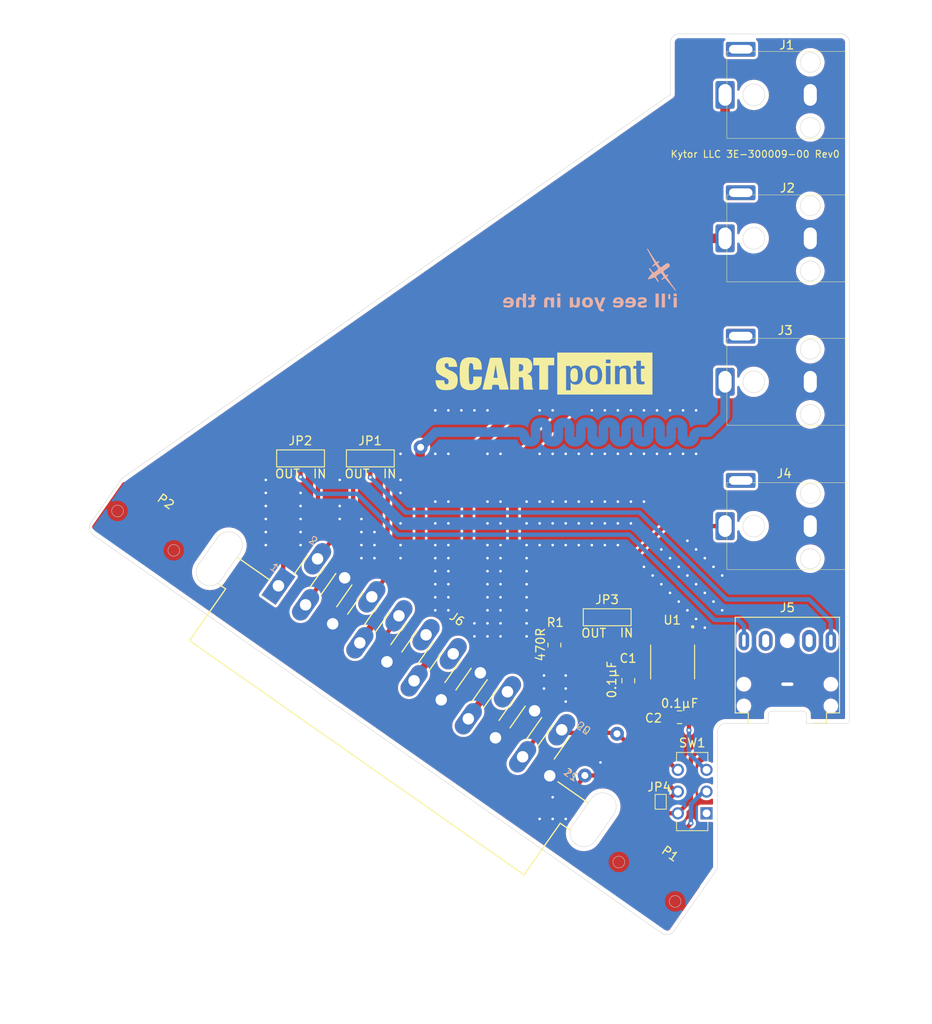
<source format=kicad_pcb>
(kicad_pcb (version 20241229) (generator "pcbnew") (generator_version "9.0")
  (layers (0 "F.Cu" signal) (2 "B.Cu" signal) (13 "F.Paste" user) (15 "B.Paste" user) (5 "F.SilkS" user "F.Silkscreen") (7 "B.SilkS" user "B.Silkscreen") (1 "F.Mask" user) (3 "B.Mask" user) (25 "Edge.Cuts" user))
  (net 0 "")
  (net 1 "GND")
  (net 3 "/SYNC_INPUT_IC")
  (net 4 "/SYNC_INPUT_SW")
  (net 6 "/RED")
  (net 8 "Net-(J4-Signal)")
  (net 10 "Net-(JP3-B)")
  (net 11 "/GREEN")
  (net 13 "Net-(J6-Switch)")
  (net 14 "/Blue")
  (net 15 "/AUDIO_OUT_RIGHT")
  (net 17 "/AUDIO_IN_LEFT")
  (net 18 "/CSYNC_OUTPUT_75OHM")
  (net 19 "/SYNC_INPUT_UNKNOWN")
  (net 21 "Net-(J5-Tip_(Left))")
  (net 24 "Net-(J5-Ring_(Right))")
  (net 28 "/AUDIO_OUT_LEFT")
  (net 30 "/AUDIO_IN_RIGHT")
  (net 31 "/CSYNC_INPUT")
  (net 33 "Net-(SW1-NO_1)")
  (footprint "Custom_Jumpers:Solder Jumper Small 3-Way" (layer "F.Cu") (at 125 86 180)
    (property "Reference" "JP1")
    (property "Value" "SolderJumper_3_Open" (hide yes))
  )
  (footprint "Custom_Connectors:1-RCA 972 (AV1-8.4-91)" (layer "F.Cu") (at 160.635 46.715 -90)
    (property "Reference" "J1")
    (property "Value" "AV1-8.4-9A" (hide yes))
    (fp_circle (center 0 -8.5) (end 1.25 -8.5) (stroke (width 0.05)) (fill no) (layer "Edge.Cuts"))
    (fp_circle (center -3.75 -15) (end -2.6 -15) (stroke (width 0.05)) (fill no) (layer "Edge.Cuts"))
    (fp_circle (center 3.75 -15) (end 4.9 -15) (stroke (width 0.05)) (fill no) (layer "Edge.Cuts"))
  )
  (footprint "Custom_IC:LM1881M" (layer "F.Cu") (at 155.153729 111.8 -90)
    (property "Reference" "U1")
    (property "Value" "LM1881M_NOPB" (hide yes))
  )
  (footprint "Capacitor_SMD:C_0805_2012Metric_Pad1.18x1.45mm_HandSolder" (layer "F.Cu") (at 160.6 118.3)
    (property "Reference" "C2")
    (property "Value" "0.1µF")
  )
  (footprint "Custom_Connectors:1-RCA 972 (AV1-8.4-91)" (layer "F.Cu") (at 160.635 96.315 -90)
    (property "Reference" "J4")
    (property "Value" "AV1-8.4-9A" (hide yes))
    (fp_circle (center 0 -8.5) (end 1.25 -8.5) (stroke (width 0.05)) (fill no) (layer "Edge.Cuts"))
    (fp_circle (center -3.75 -15) (end -2.6 -15) (stroke (width 0.05)) (fill no) (layer "Edge.Cuts"))
    (fp_circle (center 3.75 -15) (end 4.9 -15) (stroke (width 0.05)) (fill no) (layer "Edge.Cuts"))
  )
  (footprint "Custom_Silk:SCARTpoint" (layer "F.Cu") (at 144.532508 83.397545)
    (property "Reference" "REF**" (hide yes))
    (property "Value" "SCARTpoint" (hide yes))
  )
  (footprint "Custom_Hardware:PEM M4 Post SMTRAM4-9-7ET" (layer "F.Cu") (at 154.842536 140.085675 -35)
    (property "Reference" "P1")
    (property "Value" "~" (hide yes))
    (fp_circle (center -3.95 -3.500001) (end -3.275 -3.5) (stroke (width 0.05)) (fill no) (layer "Edge.Cuts"))
    (fp_circle (center 3.950001 -3.5) (end 4.625 -3.5) (stroke (width 0.05)) (fill no) (layer "Edge.Cuts"))
  )
  (footprint "Custom_Switches:JS202011AQN" (layer "F.Cu") (at 162.275 126.85 90)
    (property "Reference" "SW1")
    (property "Value" "JS202011AQN" (hide yes))
  )
  (footprint "Custom_Connectors:Female_SCART_Reversed_(90)" (layer "F.Cu") (at 120.606141 124.155363 -35)
    (property "Reference" "J6" (hide yes))
    (property "Value" "~" (hide yes))
    (fp_line (start -26 -14.175) (end -26 -10.425) (stroke (width 0.05)) (layer "Edge.Cuts"))
    (fp_line (start -22.85 -14.175) (end -22.85 -10.425) (stroke (width 0.05)) (layer "Edge.Cuts"))
    (fp_line (start 26.45 -14.25) (end 26.45 -10.5) (stroke (width 0.05)) (layer "Edge.Cuts"))
    (fp_line (start 29.6 -14.25) (end 29.6 -10.5) (stroke (width 0.05)) (layer "Edge.Cuts"))
    (fp_arc (start -26 -14.175) (mid -24.425 -15.75) (end -22.85 -14.175) (stroke (width 0.05)) (layer "Edge.Cuts"))
    (fp_arc (start -22.85 -10.425) (mid -24.425 -8.85) (end -26 -10.425) (stroke (width 0.05)) (layer "Edge.Cuts"))
    (fp_arc (start 26.45 -14.25) (mid 28.025 -15.825) (end 29.6 -14.25) (stroke (width 0.05)) (layer "Edge.Cuts"))
    (fp_arc (start 29.6 -10.5) (mid 28.025 -8.925) (end 26.45 -10.5) (stroke (width 0.05)) (layer "Edge.Cuts"))
  )
  (footprint "Resistor_SMD:R_0805_2012Metric_Pad1.20x1.40mm_HandSolder" (layer "F.Cu") (at 146.2 110 -90)
    (property "Reference" "R1")
    (property "Value" "470R")
  )
  (footprint "Custom_Connectors:1-RCA 972 (AV1-8.4-91)" (layer "F.Cu") (at 160.635 79.715 -90)
    (property "Reference" "J3")
    (property "Value" "AV1-8.4-9A" (hide yes))
    (fp_circle (center 0 -8.5) (end 1.25 -8.5) (stroke (width 0.05)) (fill no) (layer "Edge.Cuts"))
    (fp_circle (center -3.75 -15) (end -2.6 -15) (stroke (width 0.05)) (fill no) (layer "Edge.Cuts"))
    (fp_circle (center 3.75 -15) (end 4.9 -15) (stroke (width 0.05)) (fill no) (layer "Edge.Cuts"))
  )
  (footprint "Custom_Jumpers:Solder Jumper Small 3-Way" (layer "F.Cu") (at 152.25 104.275 180)
    (property "Reference" "JP3")
    (property "Value" "SolderJumper_3_Open" (hide yes))
  )
  (footprint "Custom_Jumpers:Solder Jumper Small 3-Way" (layer "F.Cu") (at 116.98 86 180)
    (property "Reference" "JP2")
    (property "Value" "SolderJumper_3_Open" (hide yes))
  )
  (footprint "Custom_Hardware:PEM M4 Post SMTRAM4-9-7ET" (layer "F.Cu") (at 97.174233 99.705894 -35)
    (property "Reference" "P2")
    (property "Value" "~" (hide yes))
    (fp_circle (center -3.95 -3.500001) (end -3.275 -3.5) (stroke (width 0.05)) (fill no) (layer "Edge.Cuts"))
    (fp_circle (center 3.950001 -3.5) (end 4.625 -3.5) (stroke (width 0.05)) (fill no) (layer "Edge.Cuts"))
  )
  (footprint "Custom_Connectors:Female_Stereo_3.5mm_SJ1-3525N" (layer "F.Cu") (at 173 114.5)
    (property "Reference" "J5")
    (property "Value" "~")
    (fp_line (start -2.2 3.5) (end -2.2 4.5) (stroke (width 0.05)) (layer "Edge.Cuts"))
    (fp_line (start -2.2 4.5) (end -6.5 4.5) (stroke (width 0.05)) (layer "Edge.Cuts"))
    (fp_line (start 1.8 3.1) (end -1.8 3.1) (stroke (width 0.05)) (layer "Edge.Cuts"))
    (fp_line (start 2.2 3.5) (end 2.2 4.5) (stroke (width 0.05)) (layer "Edge.Cuts"))
    (fp_line (start 2.2 4.5) (end 6.5 4.5) (stroke (width 0.05)) (layer "Edge.Cuts"))
    (fp_arc (start -2.199999 3.5) (mid -2.082841 3.217159) (end -1.8 3.100001) (stroke (width 0.05)) (layer "Edge.Cuts"))
    (fp_arc (start 1.8 3.1) (mid 2.082843 3.217157) (end 2.2 3.5) (stroke (width 0.05)) (layer "Edge.Cuts"))
  )
  (footprint "Capacitor_SMD:C_0805_2012Metric_Pad1.18x1.45mm_HandSolder" (layer "F.Cu") (at 154.7 114.1 90)
    (property "Reference" "C1")
    (property "Value" "0.1µF")
  )
  (footprint "Custom_Jumpers:Jumper Small (1.5x1mm)" (layer "F.Cu") (at 161.921301 128.825587 90)
    (property "Reference" "JP4")
    (property "Value" "SolderJumper_2_Open" (hide yes))
  )
  (footprint "Custom_Connectors:1-RCA 972 (AV1-8.4-91)" (layer "F.Cu") (at 160.635 63.215 -90)
    (property "Reference" "J2")
    (property "Value" "AV1-8.4-9A" (hide yes))
    (fp_circle (center 0 -8.5) (end 1.25 -8.5) (stroke (width 0.05)) (fill no) (layer "Edge.Cuts"))
    (fp_circle (center -3.75 -15) (end -2.6 -15) (stroke (width 0.05)) (fill no) (layer "Edge.Cuts"))
    (fp_circle (center 3.75 -15) (end 4.9 -15) (stroke (width 0.05)) (fill no) (layer "Edge.Cuts"))
  )
  (gr_poly (pts (xy 156.899017 64.397879) (xy 156.904897 64.398697) (xy 156.910823 64.400062) (xy 156.916739 64.401972) (xy 156.922586 64.404427) (xy 156.925467 64.40586) (xy 156.928308 64.407429) (xy 156.931104 64.409134) (xy 156.933847 64.410976) (xy 156.93653 64.412954) (xy 156.939146 64.415068) (xy 156.948208 64.424953) (xy 156.961239 64.442155) (xy 156.978436 64.467047) (xy 157 64.5) (xy 157.026128 64.541386) (xy 157.057018 64.591579) (xy 157.133879 64.719869) (xy 157.148282 64.742623) (xy 157.16338 64.76617) (xy 157.177486 64.787734) (xy 157.183639 64.796904) (xy 157.188913 64.804535) (xy 157.19495 64.813018) (xy 157.203283 64.825371) (xy 157.225293 64.859304) (xy 157.251867 64.901571) (xy 157.279929 64.94741) (xy 157.346604 65.054583) (xy 157.432726 65.188247) (xy 157.632354 65.489012) (xy 157.730382 65.633094) (xy 157.816901 65.75763) (xy 157.884171 65.851111) (xy 157.90817 65.882609) (xy 157.924454 65.902027) (xy 157.932412 65.910112) (xy 157.936415 65.913669) (xy 157.940443 65.916901) (xy 157.944501 65.919808) (xy 157.948594 65.922388) (xy 157.952731 65.924642) (xy 157.956915 65.926567) (xy 157.961154 65.928164) (xy 157.965453 65.929431) (xy 157.969818 65.930368) (xy 157.974256 65.930974) (xy 157.978772 65.931248) (xy 157.983372 65.93119) (xy 157.988062 65.930798) (xy 157.992849 65.930073) (xy 157.997738 65.929012) (xy 158.002735 65.927616) (xy 158.007847 65.925883) (xy 158.013079 65.923814) (xy 158.018438 65.921406) (xy 158.023928 65.918659) (xy 158.035331 65.912147) (xy 158.047335 65.904271) (xy 158.059989 65.895024) (xy 158.07334 65.8844) (xy 158.087437 65.872393) (xy 158.09305 65.867455) (xy 158.098403 65.862947) (xy 158.103536 65.858855) (xy 158.108488 65.855162) (xy 158.113298 65.851855) (xy 158.118003 65.848916) (xy 158.122643 65.84633) (xy 158.127257 65.844083) (xy 158.131884 65.842158) (xy 158.136561 65.84054) (xy 158.141328 65.839214) (xy 158.146225 65.838163) (xy 158.151288 65.837373) (xy 158.156558 65.836828) (xy 158.162072 65.836512) (xy 158.167871 65.83641) (xy 158.177609 65.836662) (xy 158.186596 65.837429) (xy 158.190813 65.838013) (xy 158.194848 65.838733) (xy 158.198704 65.839593) (xy 158.202382 65.840594) (xy 158.205886 65.841739) (xy 158.209216 65.843031) (xy 158.212375 65.844472) (xy 158.215366 65.846065) (xy 158.218189 65.847813) (xy 158.220849 65.849717) (xy 158.223346 65.85178) (xy 158.225682 65.854005) (xy 158.227861 65.856394) (xy 158.229883 65.858951) (xy 158.231752 65.861676) (xy 158.233469 65.864574) (xy 158.235036 65.867646) (xy 158.236456 65.870895) (xy 158.23773 65.874323) (xy 158.238862 65.877933) (xy 158.239852 65.881728) (xy 158.240703 65.88571) (xy 158.241418 65.889881) (xy 158.241998 65.894244) (xy 158.242762 65.903557) (xy 158.243012 65.913668) (xy 158.242939 65.920867) (xy 158.242673 65.927456) (xy 158.242147 65.933542) (xy 158.241293 65.939234) (xy 158.240041 65.944641) (xy 158.239245 65.947271) (xy 158.238324 65.949871) (xy 158.23727 65.952454) (xy 158.236074 65.955033) (xy 158.234728 65.957622) (xy 158.233223 65.960235) (xy 158.229702 65.965586) (xy 158.225442 65.971195) (xy 158.220377 65.977169) (xy 158.214437 65.983618) (xy 158.207555 65.990649) (xy 158.199662 65.998372) (xy 158.180571 66.016327) (xy 158.174066 66.022546) (xy 158.167672 66.02887) (xy 158.161428 66.035256) (xy 158.155369 66.041661) (xy 158.149534 66.048041) (xy 158.143959 66.054352) (xy 158.138682 66.060552) (xy 158.13374 66.066598) (xy 158.129169 66.072444) (xy 158.125008 66.078049) (xy 158.121294 66.083369) (xy 158.118063 66.08836) (xy 158.115353 66.092978) (xy 158.113201 66.097182) (xy 158.111645 66.100926) (xy 158.111101 66.102613) (xy 158.110721 66.104168) (xy 158.109883 66.107965) (xy 158.109352 66.112009) (xy 158.109193 66.12081) (xy 158.110216 66.130513) (xy 158.112391 66.141061) (xy 158.115688 66.152397) (xy 158.120078 66.164462) (xy 158.125532 66.177201) (xy 158.13202 66.190555) (xy 158.139512 66.204467) (xy 158.147979 66.21888) (xy 158.157393 66.233736) (xy 158.167722 66.248978) (xy 158.178938 66.264549) (xy 158.191012 66.280391) (xy 158.203913 66.296447) (xy 158.217613 66.31266) (xy 158.229659 66.327322) (xy 158.241756 66.342442) (xy 158.253554 66.357588) (xy 158.264708 66.372324) (xy 158.27487 66.386216) (xy 158.283692 66.398832) (xy 158.290828 66.409735) (xy 158.293654 66.41441) (xy 158.295929 66.418493) (xy 158.30046 66.426373) (xy 158.306376 66.435193) (xy 158.313477 66.444755) (xy 158.321561 66.454857) (xy 158.330426 66.465301) (xy 158.339871 66.475885) (xy 158.349694 66.486411) (xy 158.359694 66.496678) (xy 158.369669 66.506486) (xy 158.379418 66.515635) (xy 158.388738 66.523925) (xy 158.39743 66.531156) (xy 158.40529 66.537129) (xy 158.412118 66.541643) (xy 158.415082 66.54329) (xy 158.417712 66.544497) (xy 158.419984 66.54524) (xy 158.421871 66.545493) (xy 158.429506 66.544056) (xy 158.440737 66.53985) (xy 158.455313 66.533034) (xy 158.472985 66.523765) (xy 158.516618 66.498501) (xy 158.569641 66.465325) (xy 158.630054 66.425501) (xy 158.695863 66.380294) (xy 158.76507 66.33097) (xy 158.835679 66.278793) (xy 158.917553 66.218012) (xy 158.95166 66.192885) (xy 158.981679 66.170959) (xy 159.007959 66.152004) (xy 159.030849 66.135788) (xy 159.050696 66.122081) (xy 159.067851 66.110651) (xy 159.082662 66.101267) (xy 159.095477 66.093699) (xy 159.101246 66.090523) (xy 159.106646 66.087715) (xy 159.111722 66.085245) (xy 159.116518 66.083085) (xy 159.121076 66.081205) (xy 159.12544 66.079576) (xy 159.129655 66.078171) (xy 159.133763 66.07696) (xy 159.141835 66.075004) (xy 159.150004 66.073477) (xy 159.167831 66.071354) (xy 159.185566 66.070139) (xy 159.203164 66.069819) (xy 159.220582 66.070385) (xy 159.237776 66.071824) (xy 159.254705 66.074128) (xy 159.271323 66.077284) (xy 159.287587 66.081282) (xy 159.303455 66.086111) (xy 159.318883 66.09176) (xy 159.333826 66.098218) (xy 159.348243 66.105475) (xy 159.362089 66.113519) (xy 159.375322 66.12234) (xy 159.387896 66.131927) (xy 159.399771 66.142268) (xy 159.407961 66.149995) (xy 159.415487 66.157742) (xy 159.422376 66.165583) (xy 159.42866 66.173588) (xy 159.434367 66.181829) (xy 159.439526 66.190377) (xy 159.444168 66.199303) (xy 159.448322 66.208679) (xy 159.452016 66.218575) (xy 159.455282 66.229064) (xy 159.458147 66.240216) (xy 159.460641 66.252104) (xy 159.462795 66.264797) (xy 159.464637 66.278368) (xy 159.466197 66.292887) (xy 159.467504 66.308427) (xy 159.46911 66.331871) (xy 159.469595 66.342029) (xy 159.469836 66.351322) (xy 159.46981 66.359884) (xy 159.469495 66.367846) (xy 159.468866 66.375344) (xy 159.467901 66.38251) (xy 159.466576 66.389478) (xy 159.464869 66.39638) (xy 159.462755 66.403351) (xy 159.460211 66.410523) (xy 159.457216 66.41803) (xy 159.453744 66.426005) (xy 159.449773 66.434582) (xy 159.445279 66.443893) (xy 159.441445 66.451335) (xy 159.43748 66.458584) (xy 159.433375 66.465643) (xy 159.429123 66.472518) (xy 159.424716 66.479213) (xy 159.420146 66.485733) (xy 159.415405 66.492082) (xy 159.410486 66.498265) (xy 159.405381 66.504287) (xy 159.400083 66.510153) (xy 159.394583 66.515866) (xy 159.388873 66.521433) (xy 159.382947 66.526856) (xy 159.376795 66.532142) (xy 159.370412 66.537294) (xy 159.363788 66.542318) (xy 159.302933 66.589547) (xy 159.229379 66.647093) (xy 159.211722 66.660666) (xy 159.192503 66.674908) (xy 159.172341 66.689398) (xy 159.151856 66.703714) (xy 159.131669 66.717435) (xy 159.1124 66.73014) (xy 159.094669 66.741405) (xy 159.079096 66.75081) (xy 159.058902 66.763208) (xy 159.036704 66.777562) (xy 158.988013 66.810837) (xy 158.936444 66.848032) (xy 158.885421 66.886541) (xy 158.838366 66.923761) (xy 158.817397 66.941073) (xy 158.798704 66.957086) (xy 158.782714 66.971474) (xy 158.769856 66.983912) (xy 158.760557 66.994074) (xy 158.757376 66.9982) (xy 158.755246 67.001635) (xy 158.752394 67.008075) (xy 158.750192 67.014707) (xy 158.748644 67.02155) (xy 158.747755 67.028623) (xy 158.747529 67.035943) (xy 158.747972 67.04353) (xy 158.749087 67.051403) (xy 158.75088 67.059579) (xy 158.753355 67.068078) (xy 158.756517 67.076917) (xy 158.76037 67.086117) (xy 158.76492 67.095694) (xy 158.77017 67.105669) (xy 158.776125 67.116059) (xy 158.782791 67.126883) (xy 158.790171 67.13816) (xy 158.794863 67.145719) (xy 158.799332 67.153192) (xy 158.803454 67.160391) (xy 158.807104 67.167132) (xy 158.808714 67.170272) (xy 158.810159 67.173228) (xy 158.811425 67.175976) (xy 158.812495 67.178493) (xy 158.813354 67.180755) (xy 158.813987 67.18274) (xy 158.814378 67.184425) (xy 158.814479 67.185147) (xy 158.814512 67.185785) (xy 158.814671 67.187145) (xy 158.815134 67.18883) (xy 158.815887 67.190815) (xy 158.81691 67.193078) (xy 158.818188 67.195594) (xy 158.819703 67.198342) (xy 158.823376 67.204438) (xy 158.827793 67.211179) (xy 158.832818 67.218378) (xy 158.838315 67.225851) (xy 158.844146 67.23341) (xy 158.85086 67.241786) (xy 158.858169 67.2516) (xy 158.865875 67.262506) (xy 158.873779 67.274156) (xy 158.881684 67.286203) (xy 158.88939 67.298299) (xy 158.896699 67.310098) (xy 158.903413 67.321252) (xy 158.910015 67.332153) (xy 158.917733 67.343973) (xy 158.926295 67.356338) (xy 158.935427 67.368877) (xy 158.944857 67.381217) (xy 158.954312 67.392987) (xy 158.963518 67.403814) (xy 158.967943 67.408758) (xy 158.972204 67.413327) (xy 158.981647 67.422852) (xy 158.990948 67.431188) (xy 158.995555 67.434911) (xy 159.000137 67.438337) (xy 159.0047 67.441466) (xy 159.009246 67.444299) (xy 159.013779 67.446836) (xy 159.018305 67.449078) (xy 159.022825 67.451023) (xy 159.027345 67.452673) (xy 159.031868 67.454028) (xy 159.036397 67.455087) (xy 159.040938 67.455852) (xy 159.045494 67.456321) (xy 159.050068 67.456497) (xy 159.054664 67.456377) (xy 159.059287 67.455964) (xy 159.06394 67.455257) (xy 159.068627 67.454256) (xy 159.073352 67.452961) (xy 159.078119 67.451373) (xy 159.082932 67.449492) (xy 159.087794 67.447318) (xy 159.09271 67.444851) (xy 159.097683 67.442091) (xy 159.102718 67.439039) (xy 159.107817 67.435695) (xy 159.112986 67.432058) (xy 159.123546 67.42391) (xy 159.132406 67.416828) (xy 159.14112 67.410266) (xy 159.149681 67.404221) (xy 159.158078 67.398694) (xy 159.166303 67.393682) (xy 159.174347 67.389184) (xy 159.182201 67.385199) (xy 159.189857 67.381725) (xy 159.197304 67.378762) (xy 159.204536 67.376307) (xy 159.211541 67.374359) (xy 159.218312 67.372918) (xy 159.22484 67.371981) (xy 159.231115 67.371547) (xy 159.237129 67.371615) (xy 159.242873 67.372184) (xy 159.248338 67.373252) (xy 159.253514 67.374818) (xy 159.258394 67.37688) (xy 159.262969 67.379437) (xy 159.267228 67.382488) (xy 159.271164 67.386032) (xy 159.274767 67.390066) (xy 159.278029 67.394591) (xy 159.280941 67.399603) (xy 159.283493 67.405103) (xy 159.285677 67.411088) (xy 159.287484 67.417558) (xy 159.288905 67.42451) (xy 159.289931 67.431944) (xy 159.290553 67.439858) (xy 159.290762 67.448252) (xy 159.290687 67.45544) (xy 159.290411 67.462006) (xy 159.289855 67.468069) (xy 159.288943 67.473751) (xy 159.287597 67.479172) (xy 159.285739 67.484454) (xy 159.284594 67.48708) (xy 159.283293 67.489717) (xy 159.280179 67.495083) (xy 159.276321 67.500672) (xy 159.271642 67.506605) (xy 159.266064 67.513003) (xy 159.259508 67.519987) (xy 159.251899 67.527678) (xy 159.243158 67.536197) (xy 159.221971 67.556202) (xy 159.205601 67.571692) (xy 159.19142 67.585817) (xy 159.179434 67.598871) (xy 159.174266 67.60509) (xy 159.169649 67.611152) (xy 159.165585 67.617095) (xy 159.162073 67.622956) (xy 159.159114 67.628771) (xy 159.15671 67.634578) (xy 159.15486 67.640414) (xy 159.153567 67.646315) (xy 159.15283 67.652319) (xy 159.15265 67.658463) (xy 159.153028 67.664784) (xy 159.153966 67.671318) (xy 159.155462 67.678103) (xy 159.15752 67.685176) (xy 159.160138 67.692573) (xy 159.163319 67.700333) (xy 159.171369 67.717085) (xy 159.181677 67.735728) (xy 159.194247 67.756559) (xy 159.209088 67.779874) (xy 159.226204 67.805968) (xy 159.316956 67.944345) (xy 159.434696 68.12241) (xy 159.490159 68.206696) (xy 159.540264 68.283938) (xy 159.579654 68.345503) (xy 159.602971 68.38276) (xy 159.617064 68.405452) (xy 159.635151 68.432535) (xy 159.65666 68.463239) (xy 159.681023 68.496795) (xy 159.707667 68.532436) (xy 159.736023 68.56939) (xy 159.76552 68.606891) (xy 159.795588 68.644168) (xy 159.816704 68.671487) (xy 159.841493 68.704758) (xy 159.866876 68.740014) (xy 159.87883 68.757145) (xy 159.889779 68.773285) (xy 159.900728 68.789073) (xy 159.912682 68.805928) (xy 159.925256 68.823328) (xy 159.938066 68.840754) (xy 159.950726 68.857683) (xy 159.962854 68.873595) (xy 159.974063 68.887969) (xy 159.983971 68.900285) (xy 159.99431 68.912923) (xy 160.006758 68.928959) (xy 160.020843 68.947724) (xy 160.036094 68.968548) (xy 160.068207 69.013692) (xy 160.099329 69.059035) (xy 160.10988 69.074767) (xy 160.119342 69.089092) (xy 160.127769 69.102118) (xy 160.135213 69.113952) (xy 160.141727 69.124701) (xy 160.147363 69.134472) (xy 160.152175 69.143372) (xy 160.156214 69.151507) (xy 160.159535 69.158985) (xy 160.162188 69.165912) (xy 160.163282 69.169203) (xy 160.164228 69.172396) (xy 160.165034 69.175505) (xy 160.165706 69.178544) (xy 160.166252 69.181525) (xy 160.166676 69.184462) (xy 160.167191 69.190258) (xy 160.167302 69.196038) (xy 160.167063 69.20191) (xy 160.166614 69.207047) (xy 160.166056 69.211755) (xy 160.165376 69.216051) (xy 160.164988 69.21805) (xy 160.164565 69.219951) (xy 160.164107 69.221759) (xy 160.163612 69.223473) (xy 160.163078 69.225098) (xy 160.162504 69.226634) (xy 160.16189 69.228084) (xy 160.161233 69.229451) (xy 160.160532 69.230735) (xy 160.159786 69.23194) (xy 160.158994 69.233068) (xy 160.158154 69.23412) (xy 160.157264 69.235098) (xy 160.156324 69.236006) (xy 160.155332 69.236845) (xy 160.154287 69.237617) (xy 160.153187 69.238324) (xy 160.152031 69.238968) (xy 160.150817 69.239552) (xy 160.149545 69.240078) (xy 160.148213 69.240547) (xy 160.14682 69.240963) (xy 160.145363 69.241326) (xy 160.143843 69.24164) (xy 160.142257 69.241906) (xy 160.140604 69.242126) (xy 160.136037 69.241962) (xy 160.130655 69.240262) (xy 160.12444 69.237006) (xy 160.11737 69.232171) (xy 160.109426 69.225737) (xy 160.100588 69.217681) (xy 160.090835 69.207982) (xy 160.080147 69.196618) (xy 160.055886 69.168808) (xy 160.027643 69.134077) (xy 159.995259 69.092252) (xy 159.958571 69.04316) (xy 159.939982 69.018661) (xy 159.915229 68.987465) (xy 159.852341 68.911133) (xy 159.780126 68.826466) (xy 159.743715 68.784852) (xy 159.708804 68.745768) (xy 159.680793 68.714161) (xy 159.652001 68.681028) (xy 159.623135 68.647226) (xy 159.594901 68.613609) (xy 159.568006 68.581034) (xy 159.543158 68.550357) (xy 159.521064 68.522433) (xy 159.502429 68.498118) (xy 159.492952 68.485823) (xy 159.479989 68.470006) (xy 159.464124 68.451312) (xy 159.44594 68.430385) (xy 159.404947 68.384414) (xy 159.361671 68.337252) (xy 159.324925 68.297403) (xy 159.290349 68.258968) (xy 159.257138 68.22098) (xy 159.224484 68.18247) (xy 159.191583 68.142473) (xy 159.157627 68.10002) (xy 159.121812 68.054143) (xy 159.083329 68.003877) (xy 159.070825 67.987392) (xy 159.058357 67.97132) (xy 159.045985 67.955726) (xy 159.033769 67.940674) (xy 159.021771 67.92623) (xy 159.01005 67.912459) (xy 158.998667 67.899426) (xy 158.987682 67.887195) (xy 158.977156 67.875833) (xy 158.96715 67.865404) (xy 158.957724 67.855974) (xy 158.948937 67.847607) (xy 158.940852 67.840369) (xy 158.933527 67.834324) (xy 158.927025 67.829538) (xy 158.921404 67.826077) (xy 158.916241 67.823658) (xy 158.910709 67.821562) (xy 158.904861 67.819789) (xy 158.898749 67.818338) (xy 158.892426 67.817209) (xy 158.885946 67.816403) (xy 158.87936 67.815919) (xy 158.872721 67.815758) (xy 158.866082 67.815919) (xy 158.859496 67.816403) (xy 158.853015 67.817209) (xy 158.846692 67.818338) (xy 158.840581 67.819789) (xy 158.834732 67.821562) (xy 158.8292 67.823658) (xy 158.824037 67.826077) (xy 158.808444 67.836329) (xy 158.780249 67.85571) (xy 158.743521 67.881441) (xy 158.702329 67.910743) (xy 158.687493 67.921517) (xy 158.673882 67.931247) (xy 158.661406 67.939981) (xy 158.649975 67.947769) (xy 158.639498 67.954657) (xy 158.629887 67.960694) (xy 158.621051 67.965928) (xy 158.6129 67.970407) (xy 158.605344 67.974179) (xy 158.598294 67.977292) (xy 158.591659 67.979795) (xy 158.58535 67.981734) (xy 158.579277 67.983159) (xy 158.573349 67.984118) (xy 158.567477 67.984658) (xy 158.561571 67.984827) (xy 158.555097 67.984722) (xy 158.54897 67.984407) (xy 158.543191 67.983883) (xy 158.53776 67.983152) (xy 158.532677 67.982215) (xy 158.527943 67.981073) (xy 158.523556 67.979728) (xy 158.519519 67.978179) (xy 158.51583 67.976429) (xy 158.51249 67.974479) (xy 158.509499 67.972329) (xy 158.506858 67.969981) (xy 158.504566 67.967436) (xy 158.502624 67.964696) (xy 158.501032 67.961761) (xy 158.499791 67.958633) (xy 158.498899 67.955312) (xy 158.498358 67.951801) (xy 158.498168 67.948099) (xy 158.498329 67.944209) (xy 158.498841 67.940131) (xy 158.499705 67.935867) (xy 158.500919 67.931417) (xy 158.502486 67.926784) (xy 158.504405 67.921967) (xy 158.506675 67.916969) (xy 158.509298 67.91179) (xy 158.512274 67.906431) (xy 158.515602 67.900895) (xy 158.519283 67.895181) (xy 158.527704 67.883227) (xy 158.539492 67.867544) (xy 158.55032 67.853366) (xy 158.560295 67.840583) (xy 158.569525 67.829086) (xy 158.578116 67.818768) (xy 158.586175 67.809519) (xy 158.593809 67.801232) (xy 158.601126 67.793797) (xy 158.608232 67.787107) (xy 158.615234 67.781052) (xy 158.622239 67.775524) (xy 158.629354 67.770415) (xy 158.636686 67.765616) (xy 158.644342 67.761018) (xy 158.652429 67.756513) (xy 158.661054 67.751993) (xy 158.672529 67.745826) (xy 158.683151 67.739614) (xy 158.692936 67.733336) (xy 158.701899 67.726974) (xy 158.710056 67.720506) (xy 158.717423 67.713912) (xy 158.724014 67.707173) (xy 158.727024 67.703742) (xy 158.729846 67.700267) (xy 158.732482 67.696746) (xy 158.734933 67.693176) (xy 158.737203 67.689554) (xy 158.739292 67.685878) (xy 158.741203 67.682146) (xy 158.742938 67.678355) (xy 158.744498 67.674502) (xy 158.745886 67.670584) (xy 158.747103 67.6666) (xy 158.748152 67.662547) (xy 158.749034 67.658422) (xy 158.749751 67.654223) (xy 158.750306 67.649948) (xy 158.7507 67.645593) (xy 158.751012 67.636635) (xy 158.750843 67.630741) (xy 158.750305 67.624908) (xy 158.749352 67.619048) (xy 158.747937 67.61307) (xy 158.746013 67.606889) (xy 158.743534 67.600414) (xy 158.740453 67.593558) (xy 158.736725 67.586232) (xy 158.732302 67.578348) (xy 158.727138 67.569817) (xy 158.721186 67.560552) (xy 158.714401 67.550464) (xy 158.698141 67.527464) (xy 158.677987 67.50011) (xy 158.662631 67.479276) (xy 158.647015 67.457661) (xy 158.631572 67.435872) (xy 158.616736 67.414517) (xy 158.602943 67.394204) (xy 158.590625 67.375541) (xy 158.580218 67.359135) (xy 158.572154 67.345593) (xy 158.563419 67.330291) (xy 158.55501 67.316489) (xy 158.54683 67.304126) (xy 158.538784 67.29314) (xy 158.530774 67.283468) (xy 158.526753 67.279106) (xy 158.522706 67.275049) (xy 158.51862 67.27129) (xy 158.514483 67.26782) (xy 158.510283 67.264633) (xy 158.506008 67.261721) (xy 158.501647 67.259074) (xy 158.497187 67.256687) (xy 158.492615 67.254551) (xy 158.487921 67.252659) (xy 158.483093 67.251002) (xy 158.478117 67.249572) (xy 158.472982 67.248363) (xy 158.467677 67.247367) (xy 158.462188 67.246575) (xy 158.456505 67.24598) (xy 158.444505 67.245349) (xy 158.431581 67.245414) (xy 158.417637 67.24611) (xy 158.40565 67.247001) (xy 158.394513 67.248177) (xy 158.383963 67.249775) (xy 158.373733 67.251931) (xy 158.363559 67.254781) (xy 158.353176 67.258463) (xy 158.342319 67.263111) (xy 158.330722 67.268864) (xy 158.31812 67.275857) (xy 158.304249 67.284226) (xy 158.288843 67.294109) (xy 158.271637 67.305641) (xy 158.230765 67.3342) (xy 158.179512 67.370993) (xy 158.167224 67.379832) (xy 158.154427 67.388721) (xy 158.141505 67.39741) (xy 158.128845 67.405654) (xy 158.116829 67.413203) (xy 158.105843 67.419809) (xy 158.09627 67.425225) (xy 158.092134 67.427409) (xy 158.088496 67.429202) (xy 158.079609 67.433899) (xy 158.069739 67.43994) (xy 158.05907 67.447156) (xy 158.047783 67.455379) (xy 158.036062 67.464439) (xy 158.02409 67.474166) (xy 158.01205 67.484393) (xy 158.000125 67.494951) (xy 157.988497 67.505669) (xy 157.97735 67.51638) (xy 157.966867 67.526914) (xy 157.957229 67.537102) (xy 157.948622 67.546776) (xy 157.941226 67.555765) (xy 157.935226 67.563903) (xy 157.930804 67.571018) (xy 157.926791 67.580358) (xy 157.923898 67.590176) (xy 157.922156 67.600551) (xy 157.921593 67.611566) (xy 157.92224 67.623299) (xy 157.924126 67.635833) (xy 157.927279 67.649247) (xy 157.93173 67.663623) (xy 157.937508 67.67904) (xy 157.944643 67.695579) (xy 157.953164 67.713322) (xy 157.9631 67.732348) (xy 157.974481 67.752739) (xy 157.987336 67.774574) (xy 158.001695 67.797935) (xy 158.017588 67.822902) (xy 158.056448 67.884959) (xy 158.091737 67.943519) (xy 158.122958 67.997663) (xy 158.136888 68.022793) (xy 158.149615 68.046475) (xy 158.161076 68.068594) (xy 158.171211 68.089035) (xy 158.179957 68.107685) (xy 158.187252 68.124428) (xy 158.193033 68.139149) (xy 158.19724 68.151733) (xy 158.199809 68.162067) (xy 158.20046 68.166354) (xy 158.200679 68.170035) (xy 158.200599 68.173678) (xy 158.200361 68.177261) (xy 158.199969 68.180781) (xy 158.199426 68.184234) (xy 158.198736 68.187616) (xy 158.197903 68.190924) (xy 158.196928 68.194155) (xy 158.195817 68.197304) (xy 158.194573 68.200367) (xy 158.193199 68.203342) (xy 158.191698 68.206224) (xy 158.190075 68.209009) (xy 158.188332 68.211695) (xy 158.186474 68.214277) (xy 158.184503 68.216752) (xy 158.182423 68.219115) (xy 158.180238 68.221364) (xy 158.17795 68.223494) (xy 158.175565 68.225503) (xy 158.173084 68.227385) (xy 158.170512 68.229139) (xy 158.167852 68.230759) (xy 158.165107 68.232242) (xy 158.162281 68.233585) (xy 158.159378 68.234783) (xy 158.156401 68.235834) (xy 158.153353 68.236733) (xy 158.150239 68.237477) (xy 158.14706 68.238062) (xy 158.143822 68.238484) (xy 158.140527 68.23874) (xy 158.137179 68.238827) (xy 158.131533 68.2386) (xy 158.126089 68.237911) (xy 158.120829 68.236741) (xy 158.115731 68.235073) (xy 158.110776 68.23289) (xy 158.105944 68.230176) (xy 158.101214 68.226913) (xy 158.096566 68.223084) (xy 158.09198 68.218672) (xy 158.087435 68.21366) (xy 158.082913 68.208031) (xy 158.078392 68.201768) (xy 158.073852 68.194854) (xy 158.069274 68.187272) (xy 158.064637 68.179005) (xy 158.059921 68.170035) (xy 158.055752 68.162069) (xy 158.049784 68.151944) (xy 158.042303 68.140083) (xy 158.033595 68.126908) (xy 158.023944 68.112839) (xy 158.013635 68.0983) (xy 158.002955 68.083711) (xy 157.992187 68.069493) (xy 157.967085 68.034552) (xy 157.935831 67.989192) (xy 157.902593 67.939269) (xy 157.886532 67.914425) (xy 157.871537 67.890635) (xy 157.856573 67.866645) (xy 157.842561 67.845011) (xy 157.829387 67.825634) (xy 157.816934 67.808416) (xy 157.805089 67.793256) (xy 157.799359 67.786417) (xy 157.793738 67.780056) (xy 157.788211 67.774159) (xy 157.782764 67.768716) (xy 157.777383 67.763712) (xy 157.772054 67.759137) (xy 157.766762 67.754977) (xy 157.761493 67.75122) (xy 157.756232 67.747854) (xy 157.750966 67.744866) (xy 157.745679 67.742244) (xy 157.740358 67.739975) (xy 157.734988 67.738048) (xy 157.729555 67.736449) (xy 157.724045 67.735166) (xy 157.718442 67.734188) (xy 157.712734 67.7335) (xy 157.706905 67.733092) (xy 157.700941 67.73295) (xy 157.694827 67.733063) (xy 157.68855 67.733418) (xy 157.682096 67.734002) (xy 157.676871 67.734742) (xy 157.671157 67.735761) (xy 157.658482 67.738549) (xy 157.644517 67.742206) (xy 157.629708 67.746569) (xy 157.614503 67.751478) (xy 157.599347 67.756772) (xy 157.584688 67.762289) (xy 157.570971 67.767868) (xy 157.546132 67.778312) (xy 157.516572 67.789655) (xy 157.446336 67.81417) (xy 157.366351 67.839678) (xy 157.282707 67.864441) (xy 157.201495 67.886724) (xy 157.128802 67.90479) (xy 157.07072 67.916903) (xy 157.049061 67.920185) (xy 157.033338 67.921327) (xy 157.023646 67.921161) (xy 157.014794 67.920649) (xy 157.010673 67.920254) (xy 157.006751 67.919764) (xy 157.003023 67.919174) (xy 156.999487 67.918482) (xy 156.996139 67.917685) (xy 156.992974 67.916779) (xy 156.98999 67.915762) (xy 156.987182 67.914629) (xy 156.984547 67.913379) (xy 156.982081 67.912008) (xy 156.979781 67.910513) (xy 156.977643 67.908891) (xy 156.975662 67.907139) (xy 156.973837 67.905253) (xy 156.972161 67.903231) (xy 156.970633 67.90107) (xy 156.969249 67.898765) (xy 156.968004 67.896315) (xy 156.966895 67.893717) (xy 156.965918 67.890966) (xy 156.965071 67.88806) (xy 156.964348 67.884996) (xy 156.963746 67.881771) (xy 156.963262 67.878382) (xy 156.962892 67.874825) (xy 156.962633 67.871097) (xy 156.962429 67.863118) (xy 156.962558 67.85972) (xy 156.962938 67.856083) (xy 156.964418 67.848157) (xy 156.966796 67.839469) (xy 156.970003 67.830145) (xy 156.973966 67.820312) (xy 156.978614 67.810098) (xy 156.983876 67.79963) (xy 156.989681 67.789035) (xy 156.995957 67.77844) (xy 157.002633 67.767972) (xy 157.009638 67.757758) (xy 157.0169 67.747925) (xy 157.024348 67.738601) (xy 157.031911 67.729913) (xy 157.039517 67.721987) (xy 157.047096 67.714952) (xy 157.052844 67.709069) (xy 157.060342 67.700433) (xy 157.069253 67.689465) (xy 157.079243 67.676587) (xy 157.089977 67.662221) (xy 157.10112 67.646788) (xy 157.112338 67.630711) (xy 157.123296 67.61441) (xy 157.157601 67.56391) (xy 157.173832 67.540803) (xy 157.189574 67.518978) (xy 157.204919 67.498325) (xy 157.21996 67.478735) (xy 157.23479 67.460096) (xy 157.249502 67.442299) (xy 157.26419 67.425233) (xy 157.278945 67.408789) (xy 157.293862 67.392857) (xy 157.309033 67.377327) (xy 157.324552 67.362088) (xy 157.340511 67.34703) (xy 157.357003 67.332043) (xy 157.374121 67.317018) (xy 157.386058 67.305787) (xy 157.3913 67.300208) (xy 157.39605 67.294634) (xy 157.400305 67.28905) (xy 157.404061 67.283441) (xy 157.407312 67.277792) (xy 157.410055 67.272089) (xy 157.412284 67.266315) (xy 157.413996 67.260457) (xy 157.415185 67.254499) (xy 157.415849 67.248427) (xy 157.415981 67.242225) (xy 157.415577 67.235879) (xy 157.414634 67.229374) (xy 157.413147 67.222694) (xy 157.411111 67.215826) (xy 157.408521 67.208753) (xy 157.405374 67.201461) (xy 157.401664 67.193935) (xy 157.397388 67.186161) (xy 157.392541 67.178123) (xy 157.381116 67.161195) (xy 157.367353 67.143034) (xy 157.351216 67.123519) (xy 157.33267 67.102532) (xy 157.311679 67.079952) (xy 157.300672 67.067582) (xy 157.287718 67.051836) (xy 157.257307 67.012185) (xy 157.223126 66.964945) (xy 157.187854 66.914058) (xy 157.154169 66.863469) (xy 157.124751 66.817121) (xy 157.102278 66.778959) (xy 157.094483 66.76418) (xy 157.089429 66.752927) (xy 157.087791 66.748135) (xy 157.086444 66.743295) (xy 157.085381 66.738419) (xy 157.084596 66.733521) (xy 157.084083 66.728614) (xy 157.083834 66.72371) (xy 157.083844 66.718823) (xy 157.084104 66.713967) (xy 157.08461 66.709154) (xy 157.085355 66.704397) (xy 157.08633 66.699711) (xy 157.087532 66.695107) (xy 157.088951 66.690599) (xy 157.090583 66.686201) (xy 157.09242 66.681925) (xy 157.094456 66.677785) (xy 157.096684 66.673794) (xy 157.099098 66.669964) (xy 157.101691 66.66631) (xy 157.104457 66.662844) (xy 157.107388 66.65958) (xy 157.110479 66.656531) (xy 157.113722 66.653709) (xy 157.117111 66.651128) (xy 157.12064 66.648802) (xy 157.124302 66.646743) (xy 157.12809 66.644965) (xy 157.131998 66.64348) (xy 157.136019 66.642303) (xy 157.140147 66.641445) (xy 157.144375 66.640921) (xy 157.148696 66.640743) (xy 157.153755 66.640967) (xy 157.158709 66.641738) (xy 157.1637 66.643206) (xy 157.16887 66.645522) (xy 157.174364 66.648837) (xy 157.180322 66.653301) (xy 157.186888 66.659063) (xy 157.194204 66.666276) (xy 157.202413 66.675088) (xy 157.211658 66.68565) (xy 157.233826 66.712627) (xy 157.261847 66.74841) (xy 157.296863 66.794202) (xy 157.354715 66.870842) (xy 157.40091 66.931669) (xy 157.437282 66.979028) (xy 157.465667 67.015261) (xy 157.477438 67.029939) (xy 157.4879 67.042714) (xy 157.497283 67.05388) (xy 157.505817 67.063729) (xy 157.513731 67.072556) (xy 157.521254 67.080653) (xy 157.528616 67.088312) (xy 157.536046 67.095827) (xy 157.547946 67.107674) (xy 157.558914 67.117727) (xy 157.569358 67.125855) (xy 157.579686 67.131926) (xy 157.584933 67.134148) (xy 157.590305 67.135807) (xy 157.595851 67.136886) (xy 157.601623 67.137368) (xy 157.607672 67.137237) (xy 157.614049 67.136477) (xy 157.620804 67.13507) (xy 157.627989 67.133001) (xy 157.643851 67.126808) (xy 157.662043 67.117768) (xy 157.682974 67.105749) (xy 157.707049 67.090618) (xy 157.734678 67.072243) (xy 157.766268 67.050494) (xy 157.842962 66.996343) (xy 157.86813 66.978068) (xy 157.892745 66.959831) (xy 157.916679 66.941742) (xy 157.9398 66.923914) (xy 157.961978 66.906457) (xy 157.983084 66.889485) (xy 158.002987 66.873108) (xy 158.021556 66.857437) (xy 158.038662 66.842585) (xy 158.054174 66.828664) (xy 158.067963 66.815784) (xy 158.079897 66.804058) (xy 158.089847 66.793596) (xy 158.097682 66.784511) (xy 158.103272 66.776915) (xy 158.105185 66.77371) (xy 158.106487 66.770919) (xy 158.107466 66.768207) (xy 158.108416 66.765253) (xy 158.109331 66.762084) (xy 158.110208 66.758731) (xy 158.111827 66.751589) (xy 158.113234 66.744063) (xy 158.114394 66.736388) (xy 158.115268 66.7288) (xy 158.11582 66.721534) (xy 158.115964 66.718096) (xy 158.116012 66.714827) (xy 158.114797 66.706732) (xy 158.1113 66.695409) (xy 158.105743 66.681252) (xy 158.098352 66.664655) (xy 158.078954 66.625716) (xy 158.054894 66.581741) (xy 158.027956 66.535882) (xy 157.999927 66.491287) (xy 157.972592 66.451107) (xy 157.959743 66.433658) (xy 157.947737 66.418493) (xy 157.930821 66.397112) (xy 157.913209 66.37444) (xy 157.896987 66.353158) (xy 157.884237 66.335943) (xy 157.880265 66.330697) (xy 157.876087 66.325874) (xy 157.871702 66.321473) (xy 157.867108 66.317497) (xy 157.862304 66.313945) (xy 157.857288 66.310819) (xy 157.85206 66.30812) (xy 157.846617 66.305847) (xy 157.840959 66.304002) (xy 157.835084 66.302586) (xy 157.828991 66.3016) (xy 157.822678 66.301043) (xy 157.816145 66.300918) (xy 157.809389 66.301224) (xy 157.80241 66.301963) (xy 157.795205 66.303135) (xy 157.780116 66.306782) (xy 157.76411 66.312172) (xy 157.747178 66.319311) (xy 157.729307 66.328204) (xy 157.710488 66.338859) (xy 157.690709 66.351281) (xy 157.66996 66.365477) (xy 157.648229 66.381452) (xy 157.63844 66.388685) (xy 157.628728 66.395502) (xy 157.619109 66.4019) (xy 157.609598 66.407879) (xy 157.60021 66.413437) (xy 157.590961 66.418573) (xy 157.581865 66.423285) (xy 157.572939 66.427572) (xy 157.564197 66.431433) (xy 157.555655 66.434866) (xy 157.547328 66.43787) (xy 157.539231 66.440444) (xy 157.53138 66.442585) (xy 157.52379 66.444294) (xy 157.516477 66.445568) (xy 157.509455 66.446407) (xy 157.50274 66.446808) (xy 157.496348 66.446771) (xy 157.490293 66.446294) (xy 157.484591 66.445375) (xy 157.479257 66.444014) (xy 157.474306 66.442209) (xy 157.469755 66.439959) (xy 157.465617 66.437262) (xy 157.461909 66.434117) (xy 157.458646 66.430523) (xy 157.455842 66.426478) (xy 157.453514 66.42198) (xy 157.451677 66.41703) (xy 157.450346 66.411624) (xy 157.449536 66.405763) (xy 157.449262 66.399443) (xy 157.449466 66.395257) (xy 157.450096 66.391004) (xy 157.451181 66.386642) (xy 157.452752 66.38213) (xy 157.454837 66.377425) (xy 157.457467 66.372487) (xy 157.46067 66.367273) (xy 157.464476 66.36174) (xy 157.468915 66.355849) (xy 157.474016 66.349555) (xy 157.479808 66.342818) (xy 157.486321 66.335596) (xy 157.493584 66.327847) (xy 157.501627 66.319529) (xy 157.520171 66.301018) (xy 157.535961 66.286264) (xy 157.55283 66.270889) (xy 157.57027 66.255365) (xy 157.587772 66.240164) (xy 157.604827 66.225757) (xy 157.620927 66.212615) (xy 157.635564 66.201209) (xy 157.648229 66.19201) (xy 157.659201 66.183938) (xy 157.669127 66.176348) (xy 157.678055 66.169177) (xy 157.686031 66.16236) (xy 157.693102 66.155835) (xy 157.699314 66.149538) (xy 157.702113 66.146455) (xy 157.704714 66.143406) (xy 157.707124 66.140381) (xy 157.709348 66.137374) (xy 157.711392 66.134376) (xy 157.713262 66.131379) (xy 157.714964 66.128376) (xy 157.716504 66.125358) (xy 157.717887 66.122318) (xy 157.719119 66.119247) (xy 157.720207 66.116138) (xy 157.721155 66.112982) (xy 157.72197 66.109773) (xy 157.722657 66.106501) (xy 157.723223 66.103159) (xy 157.723673 66.099739) (xy 157.724248 66.092633) (xy 157.724429 66.085119) (xy 157.723914 66.078471) (xy 157.722391 66.070486) (xy 157.719895 66.061239) (xy 157.716459 66.050805) (xy 157.712117 66.039262) (xy 157.706905 66.026685) (xy 157.694002 65.998732) (xy 157.678024 65.967555) (xy 157.659242 65.93376) (xy 157.637931 65.897957) (xy 157.614362 65.860752) (xy 157.603676 65.843587) (xy 157.59098 65.822056) (xy 157.561446 65.769471) (xy 157.52953 65.710138) (xy 157.499004 65.651202) (xy 157.466179 65.588297) (xy 157.429286 65.519439) (xy 157.392592 65.452963) (xy 157.375653 65.423222) (xy 157.360363 65.397202) (xy 157.312808 65.31509) (xy 157.275398 65.250093) (xy 157.246472 65.199186) (xy 157.224367 65.159341) (xy 157.207421 65.127533) (xy 157.193973 65.100736) (xy 157.18236 65.075923) (xy 157.170921 65.050068) (xy 157.163924 65.033247) (xy 157.155823 65.014912) (xy 157.146904 64.995634) (xy 157.137451 64.975985) (xy 157.12775 64.956534) (xy 157.118087 64.937852) (xy 157.108746 64.920509) (xy 157.100013 64.905077) (xy 157.025398 64.77498) (xy 156.994059 64.719828) (xy 156.966448 64.670755) (xy 156.942377 64.627375) (xy 156.921661 64.589301) (xy 156.904109 64.556144) (xy 156.889536 64.527516) (xy 156.877754 64.503032) (xy 156.872851 64.492221) (xy 156.868574 64.482302) (xy 156.864902 64.473224) (xy 156.86181 64.464939) (xy 156.859275 64.457399) (xy 156.857274 64.450556) (xy 156.855782 64.44436) (xy 156.854778 64.438765) (xy 156.854236 64.43372) (xy 156.854134 64.429178) (xy 156.854448 64.42509) (xy 156.855155 64.421409) (xy 156.856232 64.418084) (xy 156.857654 64.415068) (xy 156.85902 64.412954) (xy 156.860534 64.410976) (xy 156.862189 64.409134) (xy 156.863977 64.407429) (xy 156.865892 64.40586) (xy 156.867926 64.404427) (xy 156.870071 64.403131) (xy 156.872322 64.401972) (xy 156.87467 64.400948) (xy 156.877109 64.400062) (xy 156.879631 64.399311) (xy 156.882229 64.398697) (xy 156.884897 64.39822) (xy 156.887626 64.397879) (xy 156.890409 64.397674) (xy 156.893241 64.397606)) (stroke (width -0.000001)) (fill yes) (layer "B.SilkS"))
  (gr_line (start 180.135 40.7) (end 180.135 118.6596) (stroke (width 0.05)) (layer "Edge.Cuts"))
  (gr_arc (start 159.55 40.7) (mid 159.842893 39.992893) (end 160.55 39.7) (stroke (width 0.05)) (layer "Edge.Cuts"))
  (gr_line (start 166.5 119) (end 165.95 119) (stroke (width 0.05)) (layer "Edge.Cuts"))
  (gr_arc (start 159.944376 142.892055) (mid 159.297224 143.305655) (end 158.586393 143.164283) (stroke (width 0.05)) (layer "Edge.Cuts"))
  (gr_line (start 96.437411 90.841165) (end 159.55 46.65) (stroke (width 0.05)) (layer "Edge.Cuts"))
  (gr_arc (start 93.1441 97.341046) (mid 92.71 96.68) (end 92.87542 95.933229) (stroke (width 0.05)) (layer "Edge.Cuts"))
  (gr_line (start 180.1329 40.7) (end 180.135 40.7) (stroke (width 0.05)) (layer "Edge.Cuts"))
  (gr_line (start 92.87542 95.933229) (end 96.437411 90.841165) (stroke (width 0.05)) (layer "Edge.Cuts"))
  (gr_line (start 159.55 40.7) (end 159.55 46.65) (stroke (width 0.05)) (layer "Edge.Cuts"))
  (gr_arc (start 180.135 118.6596) (mid 180.035416 118.900016) (end 179.798449 118.999582) (stroke (width 0.05)) (layer "Edge.Cuts"))
  (gr_arc (start 164.95 120) (mid 165.242893 119.292893) (end 165.95 119) (stroke (width 0.05)) (layer "Edge.Cuts"))
  (gr_line (start 93.1441 97.341046) (end 158.586393 143.164283) (stroke (width 0.05)) (layer "Edge.Cuts"))
  (gr_line (start 164.95 120) (end 164.95 135.7) (stroke (width 0.05)) (layer "Edge.Cuts"))
  (gr_line (start 179.1329 39.7) (end 160.55 39.7) (stroke (width 0.05)) (layer "Edge.Cuts"))
  (gr_line (start 179.5 119) (end 179.798449 118.999582) (stroke (width 0.05)) (layer "Edge.Cuts"))
  (gr_line (start 164.95 135.7) (end 159.944376 142.892055) (stroke (width 0.05)) (layer "Edge.Cuts"))
  (gr_arc (start 179.1329 39.7) (mid 179.840007 39.992893) (end 180.1329 40.7) (stroke (width 0.05)) (layer "Edge.Cuts"))
  (gr_text "Kytor LLC 3E-300009-00 Rev0" (at 159.5 54 0) (layer "F.SilkS") (effects (font (size 0.8 0.8) (thickness 0.12)) (justify left bottom)))
  (gr_text "J6" (at 135 107 325) (layer "F.SilkS") (effects (font (size 1 1))))
  (gr_text "i'll see you in the" (at 160.454946 71.415531 0) (layer "B.SilkS") (effects (font (size 1.5 1.5) (thickness 0.3) (bold yes)) (justify left bottom mirror)))
  (via (at 150.5 93.5) (size 0.6) (drill 0.3) (layers "F.Cu" "B.Cu") (net 1))
  (via (at 140 100) (size 0.6) (drill 0.3) (layers "F.Cu" "B.Cu") (net 1))
  (via (at 161 88) (size 0.6) (drill 0.3) (layers "F.Cu" "B.Cu") (net 1))
  (via (at 138.5 101.5) (size 0.6) (drill 0.3) (layers "F.Cu" "B.Cu") (net 1))
  (via (at 144.5 93.5) (size 0.6) (drill 0.3) (layers "F.Cu" "B.Cu") (net 1))
  (via (at 145 115) (size 0.6) (drill 0.3) (layers "F.Cu" "B.Cu") (net 1))
  (via (at 159.5 88) (size 0.6) (drill 0.3) (layers "F.Cu" "B.Cu") (net 1))
  (via (at 132.5 106) (size 0.6) (drill 0.3) (layers "F.Cu" "B.Cu") (net 1))
  (via (at 143 101.5) (size 0.6) (drill 0.3) (layers "F.Cu" "B.Cu") (net 1))
  (via (at 138.5 103) (size 0.6) (drill 0.3) (layers "F.Cu" "B.Cu") (net 1))
  (via (at 125.5 97) (size 0.6) (drill 0.3) (layers "F.Cu" "B.Cu") (net 1))
  (via (at 147.5 88) (size 0.6) (drill 0.3) (layers "F.Cu" "B.Cu") (net 1))
  (via (at 132.5 83) (size 0.6) (drill 0.3) (layers "F.Cu" "B.Cu") (net 1))
  (via (at 121.5 95.5) (size 0.6) (drill 0.3) (layers "F.Cu" "B.Cu") (net 1))
  (via (at 140 88) (size 0.6) (drill 0.3) (layers "F.Cu" "B.Cu") (net 1))
  (via (at 144.5 98.5) (size 0.6) (drill 0.3) (layers "F.Cu" "B.Cu") (net 1))
  (via (at 140 101.5) (size 0.6) (drill 0.3) (layers "F.Cu" "B.Cu") (net 1))
  (via (at 121.5 94) (size 0.6) (drill 0.3) (layers "F.Cu" "B.Cu") (net 1))
  (via (at 150.5 88) (size 0.6) (drill 0.3) (layers "F.Cu" "B.Cu") (net 1))
  (via (at 113 94) (size 0.6) (drill 0.3) (layers "F.Cu" "B.Cu") (net 1))
  (via (at 155 93.5) (size 0.6) (drill 0.3) (layers "F.Cu" "B.Cu") (net 1))
  (via (at 132.5 104.5) (size 0.6) (drill 0.3) (layers "F.Cu" "B.Cu") (net 1))
  (via (at 138.5 104.5) (size 0.6) (drill 0.3) (layers "F.Cu" "B.Cu") (net 1))
  (via (at 124 100) (size 0.6) (drill 0.3) (layers "F.Cu" "B.Cu") (net 1))
  (via (at 146 93.5) (size 0.6) (drill 0.3) (layers "F.Cu" "B.Cu") (net 1))
  (via (at 162.5 83) (size 0.6) (drill 0.3) (layers "F.Cu" "B.Cu") (net 1))
  (via (at 134 104.5) (size 0.6) (drill 0.3) (layers "F.Cu" "B.Cu") (net 1))
  (via (at 134 96) (size 0.6) (drill 0.3) (layers "F.Cu" "B.Cu") (net 1))
  (via (at 163.5 108) (size 0.6) (drill 0.3) (layers "F.Cu" "B.Cu") (net 1))
  (via (at 124 97) (size 0.6) (drill 0.3) (layers "F.Cu" "B.Cu") (net 1))
  (via (at 113 98.5) (size 0.6) (drill 0.3) (layers "F.Cu" "B.Cu") (net 1))
  (via (at 134 101.5) (size 0.6) (drill 0.3) (layers "F.Cu" "B.Cu") (net 1))
  (via (at 140 109) (size 0.6) (drill 0.3) (layers "F.Cu" "B.Cu") (net 1))
  (via (at 149 88) (size 0.6) (drill 0.3) (layers "F.Cu" "B.Cu") (net 1))
  (via (at 162.5 88) (size 0.6) (drill 0.3) (layers "F.Cu" "B.Cu") (net 1))
  (via (at 147.5 116.5) (size 0.6) (drill 0.3) (layers "F.Cu" "B.Cu") (net 1))
  (via (at 162.5 107) (size 0.6) (drill 0.3) (layers "F.Cu" "B.Cu") (net 1))
  (via (at 144.5 88) (size 0.6) (drill 0.3) (layers "F.Cu" "B.Cu") (net 1))
  (via (at 117 92.5) (size 0.6) (drill 0.3) (layers "F.Cu" "B.Cu") (net 1))
  (via (at 149 93.5) (size 0.6) (drill 0.3) (layers "F.Cu" "B.Cu") (net 1))
  (via (at 155 88) (size 0.6) (drill 0.3) (layers "F.Cu" "B.Cu") (net 1))
  (via (at 145 113.5) (size 0.6) (drill 0.3) (layers "F.Cu" "B.Cu") (net 1))
  (via (at 128.5 100) (size 0.6) (drill 0.3) (layers "F.Cu" "B.Cu") (net 1))
  (via (at 156.5 83) (size 0.6) (drill 0.3) (layers "F.Cu" "B.Cu") (net 1))
  (via (at 140 96) (size 0.6) (drill 0.3) (layers "F.Cu" "B.Cu") (net 1))
  (via (at 156.5 93.5) (size 0.6) (drill 0.3) (layers "F.Cu" "B.Cu") (net 1))
  (via (at 134 83) (size 0.6) (drill 0.3) (layers "F.Cu" "B.Cu") (net 1))
  (via (at 143 93.5) (size 0.6) (drill 0.3) (layers "F.Cu" "B.Cu") (net 1))
  (via (at 152 83) (size 0.6) (drill 0.3) (layers "F.Cu" "B.Cu") (net 1))
  (via (at 134 98.5) (size 0.6) (drill 0.3) (layers "F.Cu" "B.Cu") (net 1))
  (via (at 143 107.5) (size 0.6) (drill 0.3) (layers "F.Cu" "B.Cu") (net 1))
  (via (at 138.5 106) (size 0.6) (drill 0.3) (layers "F.Cu" "B.Cu") (net 1))
  (via (at 128.5 91) (size 0.6) (drill 0.3) (layers "F.Cu" "B.Cu") (net 1))
  (via (at 146 83) (size 0.6) (drill 0.3) (layers "F.Cu" "B.Cu") (net 1))
  (via (at 134 93.5) (size 0.6) (drill 0.3) (layers "F.Cu" "B.Cu") (net 1))
  (via (at 153.5 88) (size 0.6) (drill 0.3) (layers "F.Cu" "B.Cu") (net 1))
  (via (at 132.5 98.5) (size 0.6) (drill 0.3) (layers "F.Cu" "B.Cu") (net 1))
  (via (at 151.5 123.5) (size 0.6) (drill 0.3) (layers "F.Cu" "B.Cu") (net 1))
  (via (at 153.5 93.5) (size 0.6) (drill 0.3) (layers "F.Cu" "B.Cu") (net 1))
  (via (at 149 96) (size 0.6) (drill 0.3) (layers "F.Cu" "B.Cu") (net 1))
  (via (at 159.5 100) (size 0.6) (drill 0.3) (layers "F.Cu" "B.Cu") (net 1))
  (via (at 158 88) (size 0.6) (drill 0.3) (layers "F.Cu" "B.Cu") (net 1))
  (via (at 132.5 93.5) (size 0.6) (drill 0.3) (layers "F.Cu" "B.Cu") (net 1))
  (via (at 140 93.5) (size 0.6) (drill 0.3) (layers "F.Cu" "B.Cu") (net 1))
  (via (at 164.5 101) (size 0.6) (drill 0.3) (layers "F.Cu" "B.Cu") (net 1))
  (via (at 132.5 103) (size 0.6) (drill 0.3) (layers "F.Cu" "B.Cu") (net 1))
  (via (at 153.5 83) (size 0.6) (drill 0.3) (layers "F.Cu" "B.Cu") (net 1))
  (via (at 140 104.5) (size 0.6) (drill 0.3) (layers "F.Cu" "B.Cu") (net 1))
  (via (at 162.5 103) (size 0.6) (drill 0.3) (layers "F.Cu" "B.Cu") (net 1))
  (via (at 143 104.5) (size 0.6) (drill 0.3) (layers "F.Cu" "B.Cu") (net 1))
  (via (at 152 98.5) (size 0.6) (drill 0.3) (layers "F.Cu" "B.Cu") (net 1))
  (via (at 117 97) (size 0.6) (drill 0.3) (layers "F.Cu" "B.Cu") (net 1))
  (via (at 165.5 106) (size 0.6) (drill 0.3) (layers "F.Cu" "B.Cu") (net 1))
  (via (at 146 98.5) (size 0.6) (drill 0.3) (layers "F.Cu" "B.Cu") (net 1))
  (via (at 143 100) (size 0.6) (drill 0.3) (layers "F.Cu" "B.Cu") (net 1))
  (via (at 143 109) (size 0.6) (drill 0.3) (layers "F.Cu" "B.Cu") (net 1))
  (via (at 138.5 98.5) (size 0.6) (drill 0.3) (layers "F.Cu" "B.Cu") (net 1))
  (via (at 161 83) (size 0.6) (drill 0.3) (layers "F.Cu" "B.Cu") (net 1))
  (via (at 113 92.5) (size 0.6) (drill 0.3) (layers "F.Cu" "B.Cu") (net 1))
  (via (at 153.5 96) (size 0.6) (drill 0.3) (layers "F.Cu" "B.Cu") (net 1))
  (via (at 128.5 96) (size 0.6) (drill 0.3) (layers "F.Cu" "B.Cu") (net 1))
  (via (at 143 96) (size 0.6) (drill 0.3) (layers "F.Cu" "B.Cu") (net 1))
  (via (at 134 106) (size 0.6) (drill 0.3) (layers "F.Cu" "B.Cu") (net 1))
  (via (at 143 103) (size 0.6) (drill 0.3) (layers "F.Cu" "B.Cu") (net 1))
  (via (at 155 96) (size 0.6) (drill 0.3) (layers "F.Cu" "B.Cu") (net 1))
  (via (at 150.5 98.5) (size 0.6) (drill 0.3) (layers "F.Cu" "B.Cu") (net 1))
  (via (at 140 107.5) (size 0.6) (drill 0.3) (layers "F.Cu" "B.Cu") (net 1))
  (via (at 156.5 88) (size 0.6) (drill 0.3) (layers "F.Cu" "B.Cu") (net 1))
  (via (at 117 98.5) (size 0.6) (drill 0.3) (layers "F.Cu" "B.Cu") (net 1))
  (via (at 138.5 93.5) (size 0.6) (drill 0.3) (layers "F.Cu" "B.Cu") (net 1))
  (via (at 161.5 106) (size 0.6) (drill 0.3) (layers "F.Cu" "B.Cu") (net 1))
  (via (at 152 88) (size 0.6) (drill 0.3) (layers "F.Cu" "B.Cu") (net 1))
  (via (at 150.5 83) (size 0.6) (drill 0.3) (layers "F.Cu" "B.Cu") (net 1))
  (via (at 113 95.5) (size 0.6) (drill 0.3) (layers "F.Cu" "B.Cu") (net 1))
  (via (at 158.5 103) (size 0.6) (drill 0.3) (layers "F.Cu" "B.Cu") (net 1))
  (via (at 137 107.5) (size 0.6) (drill 0.3) (layers "F.Cu" "B.Cu") (net 1))
  (via (at 137 83) (size 0.6) (drill 0.3) (layers "F.Cu" "B.Cu") (net 1))
  (via (at 163.5 104) (size 0.6) (drill 0.3) (layers "F.Cu" "B.Cu") (net 1))
  (via (at 134 88) (size 0.6) (drill 0.3) (layers "F.Cu" "B.Cu") (net 1))
  (via (at 117 95.5) (size 0.6) (drill 0.3) (layers "F.Cu" "B.Cu") (net 1))
  (via (at 158 83) (size 0.6) (drill 0.3) (layers "F.Cu" "B.Cu") (net 1))
  (via (at 138.5 96) (size 0.6) (drill 0.3) (layers "F.Cu" "B.Cu") (net 1))
  (via (at 147.5 113.5) (size 0.6) (drill 0.3) (layers "F.Cu" "B.Cu") (net 1))
  (via (at 117 94) (size 0.6) (drill 0.3) (layers "F.Cu" "B.Cu") (net 1))
  (via (at 150.5 96) (size 0.6) (drill 0.3) (layers "F.Cu" "B.Cu") (net 1))
  (via (at 128.5 98.5) (size 0.6) (drill 0.3) (layers "F.Cu" "B.Cu") (net 1))
  (via (at 113 91) (size 0.6) (drill 0.3) (layers "F.Cu" "B.Cu") (net 1))
  (via (at 125.5 98.5) (size 0.6) (drill 0.3) (layers "F.Cu" "B.Cu") (net 1))
  (via (at 161.5 98) (size 0.6) (drill 0.3) (layers "F.Cu" "B.Cu") (net 1))
  (via (at 143 98.5) (size 0.6) (drill 0.3) (layers "F.Cu" "B.Cu") (net 1))
  (via (at 138.5 88) (size 0.6) (drill 0.3) (layers "F.Cu" "B.Cu") (net 1))
  (via (at 132.5 96) (size 0.6) (drill 0.3) (layers "F.Cu" "B.Cu") (net 1))
  (via (at 113 97) (size 0.6) (drill 0.3) (layers "F.Cu" "B.Cu") (net 1))
  (via (at 158.5 99) (size 0.6) (drill 0.3) (layers "F.Cu" "B.Cu") (net 1))
  (via (at 156.5 101) (size 0.6) (drill 0.3) (layers "F.Cu" "B.Cu") (net 1))
  (via (at 164.5 105) (size 0.6) (drill 0.3) (layers "F.Cu" "B.Cu") (net 1))
  (via (at 132.5 88) (size 0.6) (drill 0.3) (layers "F.Cu" "B.Cu") (net 1))
  (via (at 160.5 101) (size 0.6) (drill 0.3) (layers "F.Cu" "B.Cu") (net 1))
  (via (at 159.5 83) (size 0.6) (drill 0.3) (layers "F.Cu" "B.Cu") (net 1))
  (via (at 149 98.5) (size 0.6) (drill 0.3) (layers "F.Cu" "B.Cu") (net 1))
  (via (at 152 96) (size 0.6) (drill 0.3) (layers "F.Cu" "B.Cu") (net 1))
  (via (at 153.5 98.5) (size 0.6) (drill 0.3) (layers "F.Cu" "B.Cu") (net 1))
  (via (at 138.5 109) (size 0.6) (drill 0.3) (layers "F.Cu" "B.Cu") (net 1))
  (via (at 160.5 105) (size 0.6) (drill 0.3) (layers "F.Cu" "B.Cu") (net 1))
  (via (at 125.5 100) (size 0.6) (drill 0.3) (layers "F.Cu" "B.Cu") (net 1))
  (via (at 165.5 102) (size 0.6) (drill 0.3) (layers "F.Cu" "B.Cu") (net 1))
  (via (at 140 98.5) (size 0.6) (drill 0.3) (layers "F.Cu" "B.Cu") (net 1))
  (via (at 162.5 99) (size 0.6) (drill 0.3) (layers "F.Cu" "B.Cu") (net 1))
  (via (at 138.5 83) (size 0.6) (drill 0.3) (layers "F.Cu" "B.Cu") (net 1))
  (via (at 159.5 104) (size 0.6) (drill 0.3) (layers "F.Cu" "B.Cu") (net 1))
  (via (at 134 103) (size 0.6) (drill 0.3) (layers "F.Cu" "B.Cu") (net 1))
  (via (at 152 93.5) (size 0.6) (drill 0.3) (layers "F.Cu" "B.Cu") (net 1))
  (via (at 146 88) (size 0.6) (drill 0.3) (layers "F.Cu" "B.Cu") (net 1))
  (via (at 146 96) (size 0.6) (drill 0.3) (layers "F.Cu" "B.Cu") (net 1))
  (via (at 132.5 100) (size 0.6) (drill 0.3) (layers "F.Cu" "B.Cu") (net 1))
  (via (at 137 109) (size 0.6) (drill 0.3) (layers "F.Cu" "B.Cu") (net 1))
  (via (at 147.5 93.5) (size 0.6) (drill 0.3) (layers "F.Cu" "B.Cu") (net 1))
  (via (at 144.5 96) (size 0.6) (drill 0.3) (layers "F.Cu" "B.Cu") (net 1))
  (via (at 138.5 100) (size 0.6) (drill 0.3) (layers "F.Cu" "B.Cu") (net 1))
  (via (at 132.5 101.5) (size 0.6) (drill 0.3) (layers "F.Cu" "B.Cu") (net 1))
  (via (at 147.5 115) (size 0.6) (drill 0.3) (layers "F.Cu" "B.Cu") (net 1))
  (via (at 147.5 130) (size 0.6) (drill 0.3) (layers "F.Cu" "B.Cu") (net 1))
  (via (at 155 83) (size 0.6) (drill 0.3) (layers "F.Cu" "B.Cu") (net 1))
  (via (at 147.5 96) (size 0.6) (drill 0.3) (layers "F.Cu" "B.Cu") (net 1))
  (via (at 143 106) (size 0.6) (drill 0.3) (layers "F.Cu" "B.Cu") (net 1))
  (via (at 128.5 92.5) (size 0.6) (drill 0.3) (layers "F.Cu" "B.Cu") (net 1))
  (via (at 144.5 130) (size 0.6) (drill 0.3) (layers "F.Cu" "B.Cu") (net 1))
  (via (at 140 103) (size 0.6) (drill 0.3) (layers "F.Cu" "B.Cu") (net 1))
  (via (at 163.5 100) (size 0.6) (drill 0.3) (layers "F.Cu" "B.Cu") (net 1))
  (via (at 157.5 102) (size 0.6) (drill 0.3) (layers "F.Cu" "B.Cu") (net 1))
  (via (at 128.5 88) (size 0.6) (drill 0.3) (layers "F.Cu" "B.Cu") (net 1))
  (via (at 147.5 98.5) (size 0.6) (drill 0.3) (layers "F.Cu" "B.Cu") (net 1))
  (via (at 124 95.5) (size 0.6) (drill 0.3) (layers "F.Cu" "B.Cu") (net 1))
  (via (at 134 100) (size 0.6) (drill 0.3) (layers "F.Cu" "B.Cu") (net 1))
  (via (at 161.5 102) (size 0.6) (drill 0.3) (layers "F.Cu" "B.Cu") (net 1))
  (via (at 121.5 91) (size 0.6) (drill 0.3) (layers "F.Cu" "B.Cu") (net 1))
  (via (at 140 106) (size 0.6) (drill 0.3) (layers "F.Cu" "B.Cu") (net 1))
  (via (at 146 127.5) (size 0.6) (drill 0.3) (layers "F.Cu" "B.Cu") (net 1))
  (via (at 135.5 83) (size 0.6) (drill 0.3) (layers "F.Cu" "B.Cu") (net 1))
  (via (at 124 98.5) (size 0.6) (drill 0.3) (layers "F.Cu" "B.Cu") (net 1))
  (via (at 138.5 107.5) (size 0.6) (drill 0.3) (layers "F.Cu" "B.Cu") (net 1))
  (via (at 144.5 83) (size 0.6) (drill 0.3) (layers "F.Cu" "B.Cu") (net 1))
  (via (at 146 130) (size 0.6) (drill 0.3) (layers "F.Cu" "B.Cu") (net 1))
  (segment (start 160.433729 111.066271) (end 159.9375 111.5625) (width 0.5) (layer "F.Cu") (net 3))
  (segment (start 155.2375 111.5625) (end 154.7 112.1) (width 0.5) (layer "F.Cu") (net 3))
  (segment (start 160.433729 109.47) (end 160.433729 111.066271) (width 0.5) (layer "F.Cu") (net 3))
  (segment (start 154.7 112.1) (end 154.7 113.0625) (width 0.5) (layer "F.Cu") (net 3))
  (segment (start 159.9375 111.5625) (end 155.2375 111.5625) (width 0.5) (layer "F.Cu") (net 3))
  (segment (start 160.275 124.35) (end 154.75 118.825) (width 0.5) (layer "F.Cu") (net 4))
  (segment (start 160.4 124.35) (end 160.275 124.35) (width 0.5) (layer "F.Cu") (net 4))
  (segment (start 154.75 115.1875) (end 154.7 115.1375) (width 0.5) (layer "F.Cu") (net 4))
  (segment (start 154.75 118.825) (end 154.75 115.1875) (width 0.5) (layer "F.Cu") (net 4))
  (segment (start 160.6 70.15) (end 141.5 89.25) (width 1.1) (layer "F.Cu") (net 6))
  (segment (start 172.25 65.55) (end 167.65 70.15) (width 1.1) (layer "F.Cu") (net 6))
  (segment (start 141.5 89.25) (end 141.5 111) (width 1.1) (layer "F.Cu") (net 6))
  (segment (start 172.25 56.7) (end 172.25 65.55) (width 1.1) (layer "F.Cu") (net 6))
  (segment (start 165.835 46.715) (end 165.835 50.285) (width 1.1) (layer "F.Cu") (net 6))
  (segment (start 165.835 50.285) (end 172.25 56.7) (width 1.1) (layer "F.Cu") (net 6))
  (segment (start 167.65 70.15) (end 160.6 70.15) (width 1.1) (layer "F.Cu") (net 6))
  (segment (start 141.5 111) (end 136.299319 118.480271) (width 0.8) (layer "F.Cu") (net 6))
  (segment (start 152.27 106.775) (end 152.27 102.88) (width 0.5) (layer "F.Cu") (net 8))
  (segment (start 152.27 102.88) (end 158.835 96.315) (width 0.5) (layer "F.Cu") (net 8))
  (segment (start 158.835 96.315) (end 165.835 96.315) (width 0.5) (layer "F.Cu") (net 8))
  (segment (start 146.2 109) (end 146.2 107.8) (width 0.5) (layer "F.Cu") (net 10))
  (segment (start 146.2 107.8) (end 147.225 106.775) (width 0.5) (layer "F.Cu") (net 10))
  (segment (start 147.225 106.775) (end 150.27 106.775) (width 0.5) (layer "F.Cu") (net 10))
  (segment (start 146.084564 78.415436) (end 136.25 88.25) (width 1.1) (layer "F.Cu") (net 11))
  (segment (start 148.557074 75.165106) (end 148.945982 75.554014) (width 1.1) (layer "F.Cu") (net 11))
  (segment (start 152.092611 73.185209) (end 151.703703 72.796301) (width 1.1) (layer "F.Cu") (net 11))
  (segment (start 149.334893 76.720743) (end 149.193471 76.862166) (width 1.1) (layer "F.Cu") (net 11))
  (segment (start 152.375452 70.568912) (end 152.23403 70.710333) (width 1.1) (layer "F.Cu") (net 11))
  (segment (start 159.446523 65.831297) (end 159.057615 65.442389) (width 1.1) (layer "F.Cu") (net 11))
  (segment (start 156.299894 68.200102) (end 156.299896 68.200104) (width 1.1) (layer "F.Cu") (net 11))
  (segment (start 151.703701 72.796299) (end 151.314792 72.40739) (width 1.1) (layer "F.Cu") (net 11))
  (segment (start 159.057615 65.442389) (end 159.057613 65.442387) (width 1.1) (layer "F.Cu") (net 11))
  (segment (start 159.729364 63.215) (end 159.587942 63.356421) (width 1.1) (layer "F.Cu") (net 11))
  (segment (start 149.865223 74.634777) (end 149.476314 74.245868) (width 1.1) (layer "F.Cu") (net 11))
  (segment (start 155.769567 69.508253) (end 155.380659 69.119345) (width 1.1) (layer "F.Cu") (net 11))
  (segment (start 154.850327 71.205309) (end 154.708905 71.346732) (width 1.1) (layer "F.Cu") (net 11))
  (segment (start 148.698496 74.245868) (end 148.557074 74.387289) (width 1.1) (layer "F.Cu") (net 11))
  (segment (start 159.97685 64.523146) (end 159.976852 64.523148) (width 1.1) (layer "F.Cu") (net 11))
  (segment (start 157.890886 65.053478) (end 157.749464 65.194899) (width 1.1) (layer "F.Cu") (net 11))
  (segment (start 153.931089 71.346731) (end 153.542181 70.957823) (width 1.1) (layer "F.Cu") (net 11))
  (segment (start 158.138372 66.361624) (end 158.138374 66.361626) (width 1.1) (layer "F.Cu") (net 11))
  (segment (start 156.299896 68.200104) (end 156.688805 68.589013) (width 1.1) (layer "F.Cu") (net 11))
  (segment (start 156.052408 66.891956) (end 155.910986 67.033377) (width 1.1) (layer "F.Cu") (net 11))
  (segment (start 148.026745 76.473255) (end 147.637836 76.084346) (width 1.1) (layer "F.Cu") (net 11))
  (segment (start 153.011849 73.043787) (end 152.870427 73.18521) (width 1.1) (layer "F.Cu") (net 11))
  (segment (start 151.703703 72.796301) (end 151.703701 72.796299) (width 1.1) (layer "F.Cu") (net 11))
  (segment (start 155.380659 69.119345) (end 155.380657 69.119343) (width 1.1) (layer "F.Cu") (net 11))
  (segment (start 148.026747 76.473257) (end 148.026745 76.473255) (width 1.1) (layer "F.Cu") (net 11))
  (segment (start 159.057613 65.442387) (end 158.668704 65.053478) (width 1.1) (layer "F.Cu") (net 11))
  (segment (start 152.62294 71.87706) (end 153.011849 72.265969) (width 1.1) (layer "F.Cu") (net 11))
  (segment (start 154.072508 69.649672) (end 154.461416 70.03858) (width 1.1) (layer "F.Cu") (net 11))
  (segment (start 153.542179 70.957821) (end 153.15327 70.568912) (width 1.1) (layer "F.Cu") (net 11))
  (segment (start 152.622938 71.877058) (end 152.62294 71.87706) (width 1.1) (layer "F.Cu") (net 11))
  (segment (start 150.536974 72.40739) (end 150.395552 72.548811) (width 1.1) (layer "F.Cu") (net 11))
  (segment (start 149.865225 74.634779) (end 149.865223 74.634777) (width 1.1) (layer "F.Cu") (net 11))
  (segment (start 157.608045 67.669775) (end 157.219137 67.280867) (width 1.1) (layer "F.Cu") (net 11))
  (segment (start 158.527283 67.528353) (end 158.385861 67.669776) (width 1.1) (layer "F.Cu") (net 11))
  (segment (start 154.461416 70.03858) (end 154.461418 70.038582) (width 1.1) (layer "F.Cu") (net 11))
  (segment (start 165.835 63.215) (end 161.285 63.215) (width 1.1) (layer "F.Cu") (net 11))
  (segment (start 157.219137 67.280867) (end 157.219135 67.280865) (width 1.1) (layer "F.Cu") (net 11))
  (segment (start 152.23403 71.48815) (end 152.622938 71.877058) (width 1.1) (layer "F.Cu") (net 11))
  (segment (start 157.749464 65.972716) (end 158.138372 66.361624) (width 1.1) (layer "F.Cu") (net 11))
  (segment (start 156.688805 69.366831) (end 156.547383 69.508254) (width 1.1) (layer "F.Cu") (net 11))
  (segment (start 146.577176 77.922823) (end 146.084564 78.415436) (width 1.1) (layer "F.Cu") (net 11))
  (segment (start 154.461418 70.038582) (end 154.850327 70.427491) (width 1.1) (layer "F.Cu") (net 11))
  (segment (start 150.78446 73.715536) (end 150.784462 73.715538) (width 1.1) (layer "F.Cu") (net 11))
  (segment (start 148.415655 76.862165) (end 148.026747 76.473257) (width 1.1) (layer "F.Cu") (net 11))
  (segment (start 157.219135 67.280865) (end 156.830226 66.891956) (width 1.1) (layer "F.Cu") (net 11))
  (segment (start 136.25 88.25) (end 136.25 105.25) (width 1.1) (layer "F.Cu") (net 11))
  (segment (start 148.945982 75.554014) (end 148.945984 75.554016) (width 1.1) (layer "F.Cu") (net 11))
  (segment (start 136.25 105.25) (end 130.05738 114.109619) (width 0.8) (layer "F.Cu") (net 11))
  (segment (start 150.395552 73.326628) (end 150.78446 73.715536) (width 1.1) (layer "F.Cu") (net 11))
  (segment (start 146.718596 77.781401) (end 146.577176 77.922823) (width 1.1) (layer "F.Cu") (net 11))
  (segment (start 155.380657 69.119343) (end 154.991748 68.730434) (width 1.1) (layer "F.Cu") (net 11))
  (segment (start 160.365761 65.689875) (end 160.224339 65.831298) (width 1.1) (layer "F.Cu") (net 11))
  (segment (start 150.784462 73.715538) (end 151.173371 74.104447) (width 1.1) (layer "F.Cu") (net 11))
  (segment (start 159.587942 64.134238) (end 159.97685 64.523146) (width 1.1) (layer "F.Cu") (net 11))
  (segment (start 150.254133 75.023687) (end 149.865225 74.634779) (width 1.1) (layer "F.Cu") (net 11))
  (segment (start 154.21393 68.730434) (end 154.072508 68.871855) (width 1.1) (layer "F.Cu") (net 11))
  (segment (start 153.542181 70.957823) (end 153.542179 70.957821) (width 1.1) (layer "F.Cu") (net 11))
  (segment (start 148.945984 75.554016) (end 149.334893 75.942925) (width 1.1) (layer "F.Cu") (net 11))
  (segment (start 146.860018 76.084346) (end 146.718596 76.225767) (width 1.1) (layer "F.Cu") (net 11))
  (segment (start 151.173371 74.882265) (end 151.031949 75.023688) (width 1.1) (layer "F.Cu") (net 11))
  (segment (start 155.910986 67.811194) (end 156.299894 68.200102) (width 1.1) (layer "F.Cu") (net 11))
  (segment (start 158.138374 66.361626) (end 158.527283 66.750535) (width 1.1) (layer "F.Cu") (net 11))
  (segment (start 159.976852 64.523148) (end 160.365761 64.912057) (width 1.1) (layer "F.Cu") (net 11))
  (arc (start 151.314792 72.40739) (mid 150.925883 72.246299) (end 150.536974 72.40739) (width 1.1) (layer "F.Cu") (net 11))
  (arc (start 153.15327 70.568912) (mid 152.764361 70.407821) (end 152.375452 70.568912) (width 1.1) (layer "F.Cu") (net 11))
  (arc (start 153.011849 72.265969) (mid 153.17294 72.654878) (end 153.011849 73.043787) (width 1.1) (layer "F.Cu") (net 11))
  (arc (start 156.688805 68.589013) (mid 156.849896 68.977922) (end 156.688805 69.366831) (width 1.1) (layer "F.Cu") (net 11))
  (arc (start 148.557074 74.387289) (mid 148.395983 74.776197) (end 148.557074 75.165106) (width 1.1) (layer "F.Cu") (net 11))
  (arc (start 161.285 63.215) (mid 160.896091 63.376091) (end 160.507182 63.215) (width 1.1) (layer "F.Cu") (net 11))
  (arc (start 154.850327 70.427491) (mid 155.011418 70.8164) (end 154.850327 71.205309) (width 1.1) (layer "F.Cu") (net 11))
  (arc (start 158.527283 66.750535) (mid 158.688374 67.139444) (end 158.527283 67.528353) (width 1.1) (layer "F.Cu") (net 11))
  (arc (start 156.547383 69.508254) (mid 156.158476 69.669344) (end 155.769567 69.508253) (width 1.1) (layer "F.Cu") (net 11))
  (arc (start 147.637836 76.084346) (mid 147.248927 75.923255) (end 146.860018 76.084346) (width 1.1) (layer "F.Cu") (net 11))
  (arc (start 158.668704 65.053478) (mid 158.279795 64.892387) (end 157.890886 65.053478) (width 1.1) (layer "F.Cu") (net 11))
  (arc (start 149.193471 76.862166) (mid 148.804564 77.023256) (end 148.415655 76.862165) (width 1.1) (layer "F.Cu") (net 11))
  (arc (start 158.385861 67.669776) (mid 157.996954 67.830866) (end 157.608045 67.669775) (width 1.1) (layer "F.Cu") (net 11))
  (arc (start 157.749464 65.194899) (mid 157.588373 65.583807) (end 157.749464 65.972716) (width 1.1) (layer "F.Cu") (net 11))
  (arc (start 160.224339 65.831298) (mid 159.835432 65.992388) (end 159.446523 65.831297) (width 1.1) (layer "F.Cu") (net 11))
  (arc (start 160.507182 63.215) (mid 160.118273 63.053909) (end 159.729364 63.215) (width 1.1) (layer "F.Cu") (net 11))
  (arc (start 146.718596 77.003584) (mid 146.879687 77.392493) (end 146.718596 77.781401) (width 1.1) (layer "F.Cu") (net 11))
  (arc (start 160.365761 64.912057) (mid 160.526852 65.300966) (end 160.365761 65.689875) (width 1.1) (layer "F.Cu") (net 11))
  (arc (start 146.718596 76.225767) (mid 146.557505 76.614675) (end 146.718596 77.003584) (width 1.1) (layer "F.Cu") (net 11))
  (arc (start 152.23403 70.710333) (mid 152.072939 71.099241) (end 152.23403 71.48815) (width 1.1) (layer "F.Cu") (net 11))
  (arc (start 154.991748 68.730434) (mid 154.602839 68.569343) (end 154.21393 68.730434) (width 1.1) (layer "F.Cu") (net 11))
  (arc (start 149.476314 74.245868) (mid 149.087405 74.084777) (end 148.698496 74.245868) (width 1.1) (layer "F.Cu") (net 11))
  (arc (start 159.587942 63.356421) (mid 159.426851 63.745329) (end 159.587942 64.134238) (width 1.1) (layer "F.Cu") (net 11))
  (arc (start 155.910986 67.033377) (mid 155.749895 67.422285) (end 155.910986 67.811194) (width 1.1) (layer "F.Cu") (net 11))
  (arc (start 154.708905 71.346732) (mid 154.319998 71.507822) (end 153.931089 71.346731) (width 1.1) (layer "F.Cu") (net 11))
  (arc (start 154.072508 68.871855) (mid 153.911417 69.260763) (end 154.072508 69.649672) (width 1.1) (layer "F.Cu") (net 11))
  (arc (start 152.870427 73.18521) (mid 152.48152 73.3463) (end 152.092611 73.185209) (width 1.1) (layer "F.Cu") (net 11))
  (arc (start 149.334893 75.942925) (mid 149.495984 76.331834) (end 149.334893 76.720743) (width 1.1) (layer "F.Cu") (net 11))
  (arc (start 151.173371 74.104447) (mid 151.334462 74.493356) (end 151.173371 74.882265) (width 1.1) (layer "F.Cu") (net 11))
  (arc (start 150.395552 72.548811) (mid 150.234461 72.937719) (end 150.395552 73.326628) (width 1.1) (layer "F.Cu") (net 11))
  (arc (start 151.031949 75.023688) (mid 150.643042 75.184778) (end 150.254133 75.023687) (width 1.1) (layer "F.Cu") (net 11))
  (arc (start 156.830226 66.891956) (mid 156.441317 66.730865) (end 156.052408 66.891956) (width 1.1) (layer "F.Cu") (net 11))
  (segment (start 149.7 125) (end 146.8 128.9) (width 0.5) (layer "F.Cu") (net 13))
  (segment (start 124.25 112.55) (end 128.333475 106.633475) (width 0.5) (layer "F.Cu") (net 13))
  (segment (start 128.333475 106.633475) (end 128.315506 106.633475) (width 0.5) (layer "F.Cu") (net 13))
  (segment (start 161.8 130.65) (end 161.25 131.2) (width 0.5) (layer "F.Cu") (net 13))
  (segment (start 145.15 128.85) (end 124.467312 114.302846) (width 0.5) (layer "F.Cu") (net 13))
  (segment (start 124.467312 114.302846) (end 124.25 112.55) (width 0.5) (layer "F.Cu") (net 13))
  (segment (start 152.8375 125) (end 149.7 125) (width 0.5) (layer "F.Cu") (net 13))
  (segment (start 161.25 131.2) (end 159.0375 131.2) (width 0.5) (layer "F.Cu") (net 13))
  (segment (start 159.0375 131.2) (end 152.8375 125) (width 0.5) (layer "F.Cu") (net 13))
  (segment (start 161.9 130.5) (end 161.8 130.6) (width 0.5) (layer "F.Cu") (net 13))
  (segment (start 161.8 130.6) (end 161.8 130.65) (width 0.5) (layer "F.Cu") (net 13))
  (segment (start 146.8 128.9) (end 145.15 128.85) (width 0.5) (layer "F.Cu") (net 13))
  (via (at 161.9 130.5) (size 0.6) (drill 0.3) (layers "F.Cu" "B.Cu") (net 13))
  (via (at 149.7 125) (size 1.6) (drill 0.8) (layers "F.Cu" "B.Cu") (net 13))
  (segment (start 161.9 130.5) (end 161.9 128.3) (width 0.5) (layer "B.Cu") (net 13))
  (segment (start 163.35 126.85) (end 163.575 126.85) (width 0.5) (layer "B.Cu") (net 13))
  (segment (start 161.9 128.3) (end 163.35 126.85) (width 0.5) (layer "B.Cu") (net 13))
  (segment (start 130.805761 87.25) (end 130.75 87.25) (width 1.1) (layer "F.Cu") (net 14))
  (segment (start 130.75 99.8) (end 123.815442 109.738966) (width 0.8) (layer "F.Cu") (net 14))
  (segment (start 130.75 87.25) (end 130.75 99.8) (width 1.1) (layer "F.Cu") (net 14))
  (segment (start 165.8 79.75) (end 165.835 79.715) (width 1.1) (layer "F.Cu") (net 14))
  (via (at 130.805761 87.25) (size 1.6) (drill 0.8) (layers "F.Cu" "B.Cu") (net 14))
  (segment (start 151.840888 85.5) (end 151.840888 86.05) (width 1.1) (layer "B.Cu") (net 14))
  (segment (start 160.390888 84.4) (end 160.190888 84.4) (width 1.1) (layer "B.Cu") (net 14))
  (segment (start 146.640888 85.5) (end 146.640888 86.05) (width 1.1) (layer "B.Cu") (net 14))
  (segment (start 157.040888 85.5) (end 157.040888 86.05) (width 1.1) (layer "B.Cu") (net 14))
  (segment (start 154.440888 85.5) (end 154.440888 86.05) (width 1.1) (layer "B.Cu") (net 14))
  (segment (start 144.790888 84.4) (end 144.590888 84.4) (width 1.1) (layer "B.Cu") (net 14))
  (segment (start 160.940888 85.5) (end 160.940888 84.95) (width 1.1) (layer "B.Cu") (net 14))
  (segment (start 147.390888 84.4) (end 147.190888 84.4) (width 1.1) (layer "B.Cu") (net 14))
  (segment (start 141.990888 85.5) (end 141.059301 85.5) (width 1.1) (layer "B.Cu") (net 14))
  (segment (start 141.059301 85.5) (end 132.555761 85.5) (width 1.1) (layer "B.Cu") (net 14))
  (segment (start 149.240888 85.5) (end 149.240888 86.05) (width 1.1) (layer "B.Cu") (net 14))
  (segment (start 148.690888 86.6) (end 148.490888 86.6) (width 1.1) (layer "B.Cu") (net 14))
  (segment (start 147.940888 86.05) (end 147.940888 85.5) (width 1.1) (layer "B.Cu") (net 14))
  (segment (start 149.240888 84.95) (end 149.240888 85.5) (width 1.1) (layer "B.Cu") (net 14))
  (segment (start 157.040888 84.95) (end 157.040888 85.5) (width 1.1) (layer "B.Cu") (net 14))
  (segment (start 154.440888 84.95) (end 154.440888 85.5) (width 1.1) (layer "B.Cu") (net 14))
  (segment (start 157.790888 84.4) (end 157.590888 84.4) (width 1.1) (layer "B.Cu") (net 14))
  (segment (start 165.835 79.715) (end 165.835 83.665) (width 1.1) (layer "B.Cu") (net 14))
  (segment (start 152.590888 84.4) (end 152.390888 84.4) (width 1.1) (layer "B.Cu") (net 14))
  (segment (start 155.740888 86.05) (end 155.740888 85.5) (width 1.1) (layer "B.Cu") (net 14))
  (segment (start 155.740888 85.5) (end 155.740888 84.95) (width 1.1) (layer "B.Cu") (net 14))
  (segment (start 159.090888 86.6) (end 158.890888 86.6) (width 1.1) (layer "B.Cu") (net 14))
  (segment (start 150.540888 85.5) (end 150.540888 84.95) (width 1.1) (layer "B.Cu") (net 14))
  (segment (start 146.640888 84.95) (end 146.640888 85.5) (width 1.1) (layer "B.Cu") (net 14))
  (segment (start 132.555761 85.5) (end 130.805761 87.25) (width 1.1) (layer "B.Cu") (net 14))
  (segment (start 155.190888 84.4) (end 154.990888 84.4) (width 1.1) (layer "B.Cu") (net 14))
  (segment (start 145.340888 85.5) (end 145.340888 84.95) (width 1.1) (layer "B.Cu") (net 14))
  (segment (start 149.990888 84.4) (end 149.790888 84.4) (width 1.1) (layer "B.Cu") (net 14))
  (segment (start 144.040888 85.5) (end 144.040888 86.05) (width 1.1) (layer "B.Cu") (net 14))
  (segment (start 160.940888 86.05) (end 160.940888 85.5) (width 1.1) (layer "B.Cu") (net 14))
  (segment (start 153.890888 86.6) (end 153.690888 86.6) (width 1.1) (layer "B.Cu") (net 14))
  (segment (start 161.690888 86.6) (end 161.490888 86.6) (width 1.1) (layer "B.Cu") (net 14))
  (segment (start 159.640888 84.95) (end 159.640888 85.5) (width 1.1) (layer "B.Cu") (net 14))
  (segment (start 164 85.5) (end 162.790888 85.5) (width 1.1) (layer "B.Cu") (net 14))
  (segment (start 156.490888 86.6) (end 156.290888 86.6) (width 1.1) (layer "B.Cu") (net 14))
  (segment (start 147.940888 85.5) (end 147.940888 84.95) (width 1.1) (layer "B.Cu") (net 14))
  (segment (start 153.140888 85.5) (end 153.140888 84.95) (width 1.1) (layer "B.Cu") (net 14))
  (segment (start 165.835 83.665) (end 164 85.5) (width 1.1) (layer "B.Cu") (net 14))
  (segment (start 151.840888 84.95) (end 151.840888 85.5) (width 1.1) (layer "B.Cu") (net 14))
  (segment (start 150.540888 86.05) (end 150.540888 85.5) (width 1.1) (layer "B.Cu") (net 14))
  (segment (start 144.040888 84.95) (end 144.040888 85.5) (width 1.1) (layer "B.Cu") (net 14))
  (segment (start 142.190888 85.5) (end 141.990888 85.5) (width 1.1) (layer "B.Cu") (net 14))
  (segment (start 145.340888 86.05) (end 145.340888 85.5) (width 1.1) (layer "B.Cu") (net 14))
  (segment (start 146.090888 86.6) (end 145.890888 86.6) (width 1.1) (layer "B.Cu") (net 14))
  (segment (start 143.490888 86.6) (end 143.290888 86.6) (width 1.1) (layer "B.Cu") (net 14))
  (segment (start 151.290888 86.6) (end 151.090888 86.6) (width 1.1) (layer "B.Cu") (net 14))
  (segment (start 158.340888 86.05) (end 158.340888 85.5) (width 1.1) (layer "B.Cu") (net 14))
  (segment (start 153.140888 86.05) (end 153.140888 85.5) (width 1.1) (layer "B.Cu") (net 14))
  (segment (start 159.640888 85.5) (end 159.640888 86.05) (width 1.1) (layer "B.Cu") (net 14))
  (segment (start 158.340888 85.5) (end 158.340888 84.95) (width 1.1) (layer "B.Cu") (net 14))
  (arc (start 162.790888 85.5) (mid 162.401979 85.661091) (end 162.240888 86.05) (width 1.1) (layer "B.Cu") (net 14))
  (arc (start 150.540888 84.95) (mid 150.379797 84.561091) (end 149.990888 84.4) (width 1.1) (layer "B.Cu") (net 14))
  (arc (start 146.640888 86.05) (mid 146.479797 86.438909) (end 146.090888 86.6) (width 1.1) (layer "B.Cu") (net 14))
  (arc (start 160.940888 84.95) (mid 160.779797 84.561091) (end 160.390888 84.4) (width 1.1) (layer "B.Cu") (net 14))
  (arc (start 147.190888 84.4) (mid 146.801979 84.561091) (end 146.640888 84.95) (width 1.1) (layer "B.Cu") (net 14))
  (arc (start 142.740888 86.05) (mid 142.579797 85.661091) (end 142.190888 85.5) (width 1.1) (layer "B.Cu") (net 14))
  (arc (start 151.090888 86.6) (mid 150.701979 86.438909) (end 150.540888 86.05) (width 1.1) (layer "B.Cu") (net 14))
  (arc (start 148.490888 86.6) (mid 148.101979 86.438909) (end 147.940888 86.05) (width 1.1) (layer "B.Cu") (net 14))
  (arc (start 143.290888 86.6) (mid 142.901979 86.438909) (end 142.740888 86.05) (width 1.1) (layer "B.Cu") (net 14))
  (arc (start 157.040888 86.05) (mid 156.879797 86.438909) (end 156.490888 86.6) (width 1.1) (layer "B.Cu") (net 14))
  (arc (start 154.990888 84.4) (mid 154.601979 84.561091) (end 154.440888 84.95) (width 1.1) (layer "B.Cu") (net 14))
  (arc (start 155.740888 84.95) (mid 155.579797 84.561091) (end 155.190888 84.4) (width 1.1) (layer "B.Cu") (net 14))
  (arc (start 161.490888 86.6) (mid 161.101979 86.438909) (end 160.940888 86.05) (width 1.1) (layer "B.Cu") (net 14))
  (arc (start 158.890888 86.6) (mid 158.501979 86.438909) (end 158.340888 86.05) (width 1.1) (layer "B.Cu") (net 14))
  (arc (start 153.690888 86.6) (mid 153.301979 86.438909) (end 153.140888 86.05) (width 1.1) (layer "B.Cu") (net 14))
  (arc (start 151.840888 86.05) (mid 151.679797 86.438909) (end 151.290888 86.6) (width 1.1) (layer "B.Cu") (net 14))
  (arc (start 158.340888 84.95) (mid 158.179797 84.561091) (end 157.790888 84.4) (width 1.1) (layer "B.Cu") (net 14))
  (arc (start 147.940888 84.95) (mid 147.779797 84.561091) (end 147.390888 84.4) (width 1.1) (layer "B.Cu") (net 14))
  (arc (start 144.590888 84.4) (mid 144.201979 84.561091) (end 144.040888 84.95) (width 1.1) (layer "B.Cu") (net 14))
  (arc (start 144.040888 86.05) (mid 143.879797 86.438909) (end 143.490888 86.6) (width 1.1) (layer "B.Cu") (net 14))
  (arc (start 149.240888 86.05) (mid 149.079797 86.438909) (end 148.690888 86.6) (width 1.1) (layer "B.Cu") (net 14))
  (arc (start 157.590888 84.4) (mid 157.201979 84.561091) (end 157.040888 84.95) (width 1.1) (layer "B.Cu") (net 14))
  (arc (start 162.240888 86.05) (mid 162.079797 86.438909) (end 161.690888 86.6) (width 1.1) (layer "B.Cu") (net 14))
  (arc (start 149.790888 84.4) (mid 149.401979 84.561091) (end 149.240888 84.95) (width 1.1) (layer "B.Cu") (net 14))
  (arc (start 156.290888 86.6) (mid 155.901979 86.438909) (end 155.740888 86.05) (width 1.1) (layer "B.Cu") (net 14))
  (arc (start 152.390888 84.4) (mid 152.001979 84.561091) (end 151.840888 84.95) (width 1.1) (layer "B.Cu") (net 14))
  (arc (start 145.890888 86.6) (mid 145.501979 86.438909) (end 145.340888 86.05) (width 1.1) (layer "B.Cu") (net 14))
  (arc (start 153.140888 84.95) (mid 152.979797 84.561091) (end 152.590888 84.4) (width 1.1) (layer "B.Cu") (net 14))
  (arc (start 145.340888 84.95) (mid 145.179797 84.561091) (end 144.790888 84.4) (width 1.1) (layer "B.Cu") (net 14))
  (arc (start 154.440888 86.05) (mid 154.279797 86.438909) (end 153.890888 86.6) (width 1.1) (layer "B.Cu") (net 14))
  (arc (start 159.640888 86.05) (mid 159.479797 86.438909) (end 159.090888 86.6) (width 1.1) (layer "B.Cu") (net 14))
  (arc (start 160.190888 84.4) (mid 159.801979 84.561091) (end 159.640888 84.95) (width 1.1) (layer "B.Cu") (net 14))
  (segment (start 115 102.635522) (end 115 88.5) (width 0.5) (layer "F.Cu") (net 15))
  (segment (start 114.452534 103.182988) (end 115 102.635522) (width 0.5) (layer "F.Cu") (net 15))
  (segment (start 127.02 88.5) (end 127.02 93.48) (width 0.5) (layer "F.Cu") (net 17))
  (segment (start 127 101.9) (end 125.194536 104.448149) (width 0.5) (layer "F.Cu") (net 17))
  (segment (start 127.02 93.48) (end 127 93.5) (width 0.5) (layer "F.Cu") (net 17))
  (segment (start 127 93.5) (end 127 101.9) (width 0.5) (layer "F.Cu") (net 17))
  (segment (start 146.2 117.6) (end 142.541258 122.850924) (width 0.5) (layer "F.Cu") (net 18))
  (segment (start 146.2 111) (end 146.2 117.6) (width 0.5) (layer "F.Cu") (net 18))
  (segment (start 160.4 126.85) (end 160.275 126.85) (width 0.5) (layer "F.Cu") (net 19))
  (segment (start 159.499413 127.625587) (end 158.721301 127.625587) (width 0.5) (layer "F.Cu") (net 19))
  (segment (start 153.4 120.1) (end 160.15 126.85) (width 0.5) (layer "F.Cu") (net 19))
  (segment (start 160.275 126.85) (end 159.499413 127.625587) (width 0.5) (layer "F.Cu") (net 19))
  (segment (start 160.15 126.85) (end 160.4 126.85) (width 0.5) (layer "F.Cu") (net 19))
  (segment (start 158.721301 127.625587) (end 158.671301 127.575587) (width 0.5) (layer "F.Cu") (net 19))
  (segment (start 147.041321 119.745433) (end 147.395888 120.1) (width 0.5) (layer "F.Cu") (net 19))
  (segment (start 147.395888 120.1) (end 153.4 120.1) (width 0.5) (layer "F.Cu") (net 19))
  (via (at 153.4 120.2) (size 1.6) (drill 0.8) (layers "F.Cu" "B.Cu") (net 19))
  (segment (start 125.02 90.71) (end 125.02 88.5) (width 0.5) (layer "F.Cu") (net 21))
  (via (at 125.02 90.71) (size 0.6) (drill 0.3) (layers "F.Cu" "B.Cu") (net 21))
  (segment (start 156 94.75) (end 166 104.75) (width 0.5) (layer "B.Cu") (net 21))
  (segment (start 175.5 104.75) (end 178 107.25) (width 0.5) (layer "B.Cu") (net 21))
  (segment (start 178 107.25) (end 178 109.5) (width 0.5) (layer "B.Cu") (net 21))
  (segment (start 125.02 90.71) (end 129.06 94.75) (width 0.5) (layer "B.Cu") (net 21))
  (segment (start 166 104.75) (end 175.5 104.75) (width 0.5) (layer "B.Cu") (net 21))
  (segment (start 129.06 94.75) (end 156 94.75) (width 0.5) (layer "B.Cu") (net 21))
  (segment (start 117 90.68) (end 117 88.5) (width 0.5) (layer "F.Cu") (net 24))
  (via (at 117 90.68) (size 0.6) (drill 0.3) (layers "F.Cu" "B.Cu") (net 24))
  (segment (start 168 109.5) (end 168 107.75) (width 0.5) (layer "B.Cu") (net 24))
  (segment (start 123.5 92.6) (end 118.92 92.6) (width 0.5) (layer "B.Cu") (net 24))
  (segment (start 154.8 97.3) (end 128.2 97.3) (width 0.5) (layer "B.Cu") (net 24))
  (segment (start 128.2 97.3) (end 123.5 92.6) (width 0.5) (layer "B.Cu") (net 24))
  (segment (start 164.6 107.1) (end 154.8 97.3) (width 0.5) (layer "B.Cu") (net 24))
  (segment (start 168 107.75) (end 167.35 107.1) (width 0.5) (layer "B.Cu") (net 24))
  (segment (start 118.92 92.6) (end 117 90.68) (width 0.5) (layer "B.Cu") (net 24))
  (segment (start 167.35 107.1) (end 164.6 107.1) (width 0.5) (layer "B.Cu") (net 24))
  (segment (start 123.05 88.53) (end 123.05 97.4) (width 0.5) (layer "F.Cu") (net 28))
  (segment (start 123.05 97.4) (end 117.573503 105.368314) (width 0.5) (layer "F.Cu") (net 28))
  (segment (start 123.02 88.5) (end 123.05 88.53) (width 0.5) (layer "F.Cu") (net 28))
  (segment (start 120.35 98.25) (end 118.952598 100.077497) (width 0.5) (layer "F.Cu") (net 30))
  (segment (start 119 88.5) (end 119 95.5) (width 0.5) (layer "F.Cu") (net 30))
  (segment (start 119 95.5) (end 120.5 97) (width 0.5) (layer "F.Cu") (net 30))
  (segment (start 120.5 97) (end 120.35 98.25) (width 0.5) (layer "F.Cu") (net 30))
  (segment (start 159.05 129.35) (end 158.175587 128.475587) (width 0.5) (layer "F.Cu") (net 31))
  (segment (start 163.4 121.5) (end 161.9 123) (width 0.5) (layer "F.Cu") (net 31))
  (segment (start 161.9 123) (end 161.9 127.85) (width 0.5) (layer "F.Cu") (net 31))
  (segment (start 154.295 106.8) (end 160.25 106.8) (width 0.5) (layer "F.Cu") (net 31))
  (segment (start 161.9 127.85) (end 160.4 129.35) (width 0.5) (layer "F.Cu") (net 31))
  (segment (start 163.4 112.8) (end 163.4 121.5) (width 0.5) (layer "F.Cu") (net 31))
  (segment (start 158.175587 128.475587) (end 158.171301 128.475587) (width 0.5) (layer "F.Cu") (net 31))
  (segment (start 160.4 129.35) (end 159.05 129.35) (width 0.5) (layer "F.Cu") (net 31))
  (segment (start 161.703729 111.103729) (end 163.4 112.8) (width 0.5) (layer "F.Cu") (net 31))
  (segment (start 160.25 106.8) (end 161.703729 108.253729) (width 0.5) (layer "F.Cu") (net 31))
  (segment (start 154.27 106.775) (end 154.295 106.8) (width 0.5) (layer "F.Cu") (net 31))
  (segment (start 161.703729 108.253729) (end 161.703729 111.103729) (width 0.5) (layer "F.Cu") (net 31))
  (segment (start 160.275 129.35) (end 160.575 129.35) (width 0.5) (layer "B.Cu") (net 31))
  (segment (start 161.675 114.438729) (end 161.703729 114.41) (width 0.5) (layer "F.Cu") (net 33))
  (segment (start 161.675 119.8) (end 161.675 114.438729) (width 0.5) (layer "F.Cu") (net 33))
  (via (at 161.675 119.8) (size 0.6) (drill 0.3) (layers "F.Cu" "B.Cu") (net 33))
  (segment (start 163.575 124.35) (end 163.7 124.35) (width 0.5) (layer "B.Cu") (net 33))
  (segment (start 161.675 122.45) (end 163.575 124.35) (width 0.5) (layer "B.Cu") (net 33))
  (segment (start 161.675 119.8) (end 161.675 122.45) (width 0.5) (layer "B.Cu") (net 33))
  (zone (net 1) (net_name "GND") (layers "F.Cu" "B.Cu") (connect_pads yes (clearance 0.3)) (min_thickness 0.25) (fill yes (thermal_gap 0.5) (thermal_bridge_width 0.5))
    (polygon (pts (xy 94.5 86) (xy 158.573059 35.947897) (xy 189.473059 35.797897) (xy 188.523059 124.397897) (xy 163.173059 153.597897) (xy 82.423059 99.197897)))
  )
)
</source>
